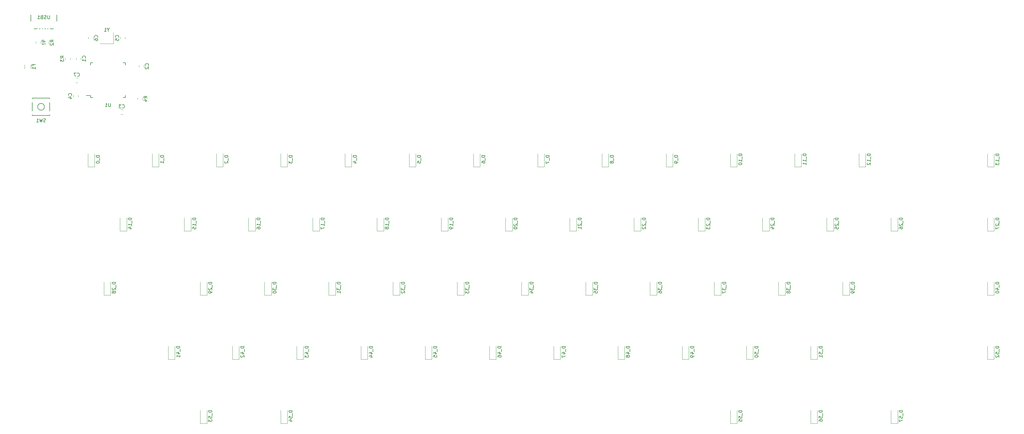
<source format=gbo>
G04 #@! TF.GenerationSoftware,KiCad,Pcbnew,(5.1.4)-1*
G04 #@! TF.CreationDate,2021-08-06T15:59:48-05:00*
G04 #@! TF.ProjectId,keyboard,6b657962-6f61-4726-942e-6b696361645f,rev?*
G04 #@! TF.SameCoordinates,Original*
G04 #@! TF.FileFunction,Legend,Bot*
G04 #@! TF.FilePolarity,Positive*
%FSLAX46Y46*%
G04 Gerber Fmt 4.6, Leading zero omitted, Abs format (unit mm)*
G04 Created by KiCad (PCBNEW (5.1.4)-1) date 2021-08-06 15:59:48*
%MOMM*%
%LPD*%
G04 APERTURE LIST*
%ADD10C,0.120000*%
%ADD11C,0.150000*%
%ADD12R,1.400000X1.200000*%
%ADD13O,1.700000X2.700000*%
%ADD14R,0.500000X2.250000*%
%ADD15R,0.550000X1.500000*%
%ADD16R,1.500000X0.550000*%
%ADD17R,1.800000X1.100000*%
%ADD18C,0.100000*%
%ADD19C,0.975000*%
%ADD20C,1.250000*%
%ADD21C,2.250000*%
%ADD22C,2.250000*%
%ADD23C,3.987800*%
%ADD24C,1.750000*%
%ADD25R,1.200000X0.900000*%
%ADD26C,3.048000*%
G04 APERTURE END LIST*
D10*
X107981500Y-90772250D02*
X103981500Y-90772250D01*
X107981500Y-87472250D02*
X107981500Y-90772250D01*
D11*
X83462500Y-80962500D02*
X83462500Y-86412500D01*
X91162500Y-80962500D02*
X91162500Y-86412500D01*
X83462500Y-86412500D02*
X91162500Y-86412500D01*
X101187500Y-106200000D02*
X99912500Y-106200000D01*
X111537500Y-106775000D02*
X110862500Y-106775000D01*
X111537500Y-96425000D02*
X110862500Y-96425000D01*
X101187500Y-96425000D02*
X101862500Y-96425000D01*
X101187500Y-106775000D02*
X101862500Y-106775000D01*
X101187500Y-96425000D02*
X101187500Y-97100000D01*
X111537500Y-96425000D02*
X111537500Y-97100000D01*
X111537500Y-106775000D02*
X111537500Y-106100000D01*
X101187500Y-106775000D02*
X101187500Y-106200000D01*
X89118750Y-106937500D02*
X83918750Y-106937500D01*
X83918750Y-106937500D02*
X83918750Y-112137500D01*
X83918750Y-112137500D02*
X89118750Y-112137500D01*
X89118750Y-112137500D02*
X89118750Y-106937500D01*
X87518750Y-109537500D02*
G75*
G03X87518750Y-109537500I-1000000J0D01*
G01*
D10*
X115177500Y-107414828D02*
X115177500Y-106897672D01*
X116597500Y-107414828D02*
X116597500Y-106897672D01*
X95166250Y-94991422D02*
X95166250Y-95508578D01*
X93746250Y-94991422D02*
X93746250Y-95508578D01*
X87396250Y-90746078D02*
X87396250Y-90228922D01*
X88816250Y-90746078D02*
X88816250Y-90228922D01*
X85015000Y-90746078D02*
X85015000Y-90228922D01*
X86435000Y-90746078D02*
X86435000Y-90228922D01*
X81640000Y-98233314D02*
X81640000Y-97029186D01*
X83460000Y-98233314D02*
X83460000Y-97029186D01*
X97381828Y-102405250D02*
X96864672Y-102405250D01*
X97381828Y-100985250D02*
X96864672Y-100985250D01*
X100509000Y-89380828D02*
X100509000Y-88863672D01*
X101929000Y-89380828D02*
X101929000Y-88863672D01*
X111454000Y-88863672D02*
X111454000Y-89380828D01*
X110034000Y-88863672D02*
X110034000Y-89380828D01*
X97547500Y-106103922D02*
X97547500Y-106621078D01*
X96127500Y-106103922D02*
X96127500Y-106621078D01*
X110716828Y-111803250D02*
X110199672Y-111803250D01*
X110716828Y-110383250D02*
X110199672Y-110383250D01*
X115590250Y-97762828D02*
X115590250Y-97245672D01*
X117010250Y-97762828D02*
X117010250Y-97245672D01*
X96921250Y-95508578D02*
X96921250Y-94991422D01*
X98341250Y-95508578D02*
X98341250Y-94991422D01*
X102393750Y-127368750D02*
X102393750Y-123468750D01*
X100393750Y-127368750D02*
X100393750Y-123468750D01*
X102393750Y-127368750D02*
X100393750Y-127368750D01*
X121443750Y-127368750D02*
X121443750Y-123468750D01*
X119443750Y-127368750D02*
X119443750Y-123468750D01*
X121443750Y-127368750D02*
X119443750Y-127368750D01*
X140493750Y-127368750D02*
X140493750Y-123468750D01*
X138493750Y-127368750D02*
X138493750Y-123468750D01*
X140493750Y-127368750D02*
X138493750Y-127368750D01*
X159543750Y-127368750D02*
X159543750Y-123468750D01*
X157543750Y-127368750D02*
X157543750Y-123468750D01*
X159543750Y-127368750D02*
X157543750Y-127368750D01*
X178593750Y-127368750D02*
X178593750Y-123468750D01*
X176593750Y-127368750D02*
X176593750Y-123468750D01*
X178593750Y-127368750D02*
X176593750Y-127368750D01*
X197643750Y-127368750D02*
X197643750Y-123468750D01*
X195643750Y-127368750D02*
X195643750Y-123468750D01*
X197643750Y-127368750D02*
X195643750Y-127368750D01*
X216693750Y-127368750D02*
X216693750Y-123468750D01*
X214693750Y-127368750D02*
X214693750Y-123468750D01*
X216693750Y-127368750D02*
X214693750Y-127368750D01*
X235743750Y-127368750D02*
X235743750Y-123468750D01*
X233743750Y-127368750D02*
X233743750Y-123468750D01*
X235743750Y-127368750D02*
X233743750Y-127368750D01*
X254793750Y-127368750D02*
X254793750Y-123468750D01*
X252793750Y-127368750D02*
X252793750Y-123468750D01*
X254793750Y-127368750D02*
X252793750Y-127368750D01*
X273843750Y-127368750D02*
X273843750Y-123468750D01*
X271843750Y-127368750D02*
X271843750Y-123468750D01*
X273843750Y-127368750D02*
X271843750Y-127368750D01*
X292893750Y-127368750D02*
X292893750Y-123468750D01*
X290893750Y-127368750D02*
X290893750Y-123468750D01*
X292893750Y-127368750D02*
X290893750Y-127368750D01*
X311943750Y-127368750D02*
X311943750Y-123468750D01*
X309943750Y-127368750D02*
X309943750Y-123468750D01*
X311943750Y-127368750D02*
X309943750Y-127368750D01*
X330993750Y-127368750D02*
X330993750Y-123468750D01*
X328993750Y-127368750D02*
X328993750Y-123468750D01*
X330993750Y-127368750D02*
X328993750Y-127368750D01*
X369093750Y-127368750D02*
X369093750Y-123468750D01*
X367093750Y-127368750D02*
X367093750Y-123468750D01*
X369093750Y-127368750D02*
X367093750Y-127368750D01*
X111918750Y-146418750D02*
X111918750Y-142518750D01*
X109918750Y-146418750D02*
X109918750Y-142518750D01*
X111918750Y-146418750D02*
X109918750Y-146418750D01*
X130968750Y-146418750D02*
X130968750Y-142518750D01*
X128968750Y-146418750D02*
X128968750Y-142518750D01*
X130968750Y-146418750D02*
X128968750Y-146418750D01*
X150018750Y-146418750D02*
X150018750Y-142518750D01*
X148018750Y-146418750D02*
X148018750Y-142518750D01*
X150018750Y-146418750D02*
X148018750Y-146418750D01*
X169068750Y-146418750D02*
X169068750Y-142518750D01*
X167068750Y-146418750D02*
X167068750Y-142518750D01*
X169068750Y-146418750D02*
X167068750Y-146418750D01*
X188118750Y-146418750D02*
X188118750Y-142518750D01*
X186118750Y-146418750D02*
X186118750Y-142518750D01*
X188118750Y-146418750D02*
X186118750Y-146418750D01*
X207168750Y-146418750D02*
X207168750Y-142518750D01*
X205168750Y-146418750D02*
X205168750Y-142518750D01*
X207168750Y-146418750D02*
X205168750Y-146418750D01*
X226218750Y-146418750D02*
X226218750Y-142518750D01*
X224218750Y-146418750D02*
X224218750Y-142518750D01*
X226218750Y-146418750D02*
X224218750Y-146418750D01*
X245268750Y-146418750D02*
X245268750Y-142518750D01*
X243268750Y-146418750D02*
X243268750Y-142518750D01*
X245268750Y-146418750D02*
X243268750Y-146418750D01*
X264318750Y-146418750D02*
X264318750Y-142518750D01*
X262318750Y-146418750D02*
X262318750Y-142518750D01*
X264318750Y-146418750D02*
X262318750Y-146418750D01*
X283368750Y-146418750D02*
X283368750Y-142518750D01*
X281368750Y-146418750D02*
X281368750Y-142518750D01*
X283368750Y-146418750D02*
X281368750Y-146418750D01*
X302418750Y-146418750D02*
X302418750Y-142518750D01*
X300418750Y-146418750D02*
X300418750Y-142518750D01*
X302418750Y-146418750D02*
X300418750Y-146418750D01*
X321468750Y-146418750D02*
X321468750Y-142518750D01*
X319468750Y-146418750D02*
X319468750Y-142518750D01*
X321468750Y-146418750D02*
X319468750Y-146418750D01*
X340518750Y-146418750D02*
X340518750Y-142518750D01*
X338518750Y-146418750D02*
X338518750Y-142518750D01*
X340518750Y-146418750D02*
X338518750Y-146418750D01*
X369093750Y-146418750D02*
X369093750Y-142518750D01*
X367093750Y-146418750D02*
X367093750Y-142518750D01*
X369093750Y-146418750D02*
X367093750Y-146418750D01*
X107156250Y-165468750D02*
X107156250Y-161568750D01*
X105156250Y-165468750D02*
X105156250Y-161568750D01*
X107156250Y-165468750D02*
X105156250Y-165468750D01*
X135731250Y-165468750D02*
X135731250Y-161568750D01*
X133731250Y-165468750D02*
X133731250Y-161568750D01*
X135731250Y-165468750D02*
X133731250Y-165468750D01*
X154781250Y-165468750D02*
X154781250Y-161568750D01*
X152781250Y-165468750D02*
X152781250Y-161568750D01*
X154781250Y-165468750D02*
X152781250Y-165468750D01*
X173831250Y-165468750D02*
X173831250Y-161568750D01*
X171831250Y-165468750D02*
X171831250Y-161568750D01*
X173831250Y-165468750D02*
X171831250Y-165468750D01*
X192881250Y-165468750D02*
X192881250Y-161568750D01*
X190881250Y-165468750D02*
X190881250Y-161568750D01*
X192881250Y-165468750D02*
X190881250Y-165468750D01*
X211931250Y-165468750D02*
X211931250Y-161568750D01*
X209931250Y-165468750D02*
X209931250Y-161568750D01*
X211931250Y-165468750D02*
X209931250Y-165468750D01*
X230981250Y-165468750D02*
X230981250Y-161568750D01*
X228981250Y-165468750D02*
X228981250Y-161568750D01*
X230981250Y-165468750D02*
X228981250Y-165468750D01*
X250031250Y-165468750D02*
X250031250Y-161568750D01*
X248031250Y-165468750D02*
X248031250Y-161568750D01*
X250031250Y-165468750D02*
X248031250Y-165468750D01*
X269081250Y-165468750D02*
X269081250Y-161568750D01*
X267081250Y-165468750D02*
X267081250Y-161568750D01*
X269081250Y-165468750D02*
X267081250Y-165468750D01*
X288131250Y-165468750D02*
X288131250Y-161568750D01*
X286131250Y-165468750D02*
X286131250Y-161568750D01*
X288131250Y-165468750D02*
X286131250Y-165468750D01*
X307181250Y-165468750D02*
X307181250Y-161568750D01*
X305181250Y-165468750D02*
X305181250Y-161568750D01*
X307181250Y-165468750D02*
X305181250Y-165468750D01*
X326231250Y-165468750D02*
X326231250Y-161568750D01*
X324231250Y-165468750D02*
X324231250Y-161568750D01*
X326231250Y-165468750D02*
X324231250Y-165468750D01*
X369093750Y-165468750D02*
X369093750Y-161568750D01*
X367093750Y-165468750D02*
X367093750Y-161568750D01*
X369093750Y-165468750D02*
X367093750Y-165468750D01*
X126206250Y-184518750D02*
X126206250Y-180618750D01*
X124206250Y-184518750D02*
X124206250Y-180618750D01*
X126206250Y-184518750D02*
X124206250Y-184518750D01*
X145256250Y-184518750D02*
X145256250Y-180618750D01*
X143256250Y-184518750D02*
X143256250Y-180618750D01*
X145256250Y-184518750D02*
X143256250Y-184518750D01*
X164306250Y-184518750D02*
X164306250Y-180618750D01*
X162306250Y-184518750D02*
X162306250Y-180618750D01*
X164306250Y-184518750D02*
X162306250Y-184518750D01*
X183356250Y-184518750D02*
X183356250Y-180618750D01*
X181356250Y-184518750D02*
X181356250Y-180618750D01*
X183356250Y-184518750D02*
X181356250Y-184518750D01*
X202406250Y-184518750D02*
X202406250Y-180618750D01*
X200406250Y-184518750D02*
X200406250Y-180618750D01*
X202406250Y-184518750D02*
X200406250Y-184518750D01*
X221456250Y-184518750D02*
X221456250Y-180618750D01*
X219456250Y-184518750D02*
X219456250Y-180618750D01*
X221456250Y-184518750D02*
X219456250Y-184518750D01*
X240506250Y-184518750D02*
X240506250Y-180618750D01*
X238506250Y-184518750D02*
X238506250Y-180618750D01*
X240506250Y-184518750D02*
X238506250Y-184518750D01*
X259556250Y-184518750D02*
X259556250Y-180618750D01*
X257556250Y-184518750D02*
X257556250Y-180618750D01*
X259556250Y-184518750D02*
X257556250Y-184518750D01*
X278606250Y-184518750D02*
X278606250Y-180618750D01*
X276606250Y-184518750D02*
X276606250Y-180618750D01*
X278606250Y-184518750D02*
X276606250Y-184518750D01*
X297656250Y-184518750D02*
X297656250Y-180618750D01*
X295656250Y-184518750D02*
X295656250Y-180618750D01*
X297656250Y-184518750D02*
X295656250Y-184518750D01*
X316706250Y-184518750D02*
X316706250Y-180618750D01*
X314706250Y-184518750D02*
X314706250Y-180618750D01*
X316706250Y-184518750D02*
X314706250Y-184518750D01*
X369093750Y-184518750D02*
X369093750Y-180618750D01*
X367093750Y-184518750D02*
X367093750Y-180618750D01*
X369093750Y-184518750D02*
X367093750Y-184518750D01*
X135731250Y-203568750D02*
X135731250Y-199668750D01*
X133731250Y-203568750D02*
X133731250Y-199668750D01*
X135731250Y-203568750D02*
X133731250Y-203568750D01*
X159543750Y-203568750D02*
X159543750Y-199668750D01*
X157543750Y-203568750D02*
X157543750Y-199668750D01*
X159543750Y-203568750D02*
X157543750Y-203568750D01*
X292893750Y-203568750D02*
X292893750Y-199668750D01*
X290893750Y-203568750D02*
X290893750Y-199668750D01*
X292893750Y-203568750D02*
X290893750Y-203568750D01*
X316706250Y-203568750D02*
X316706250Y-199668750D01*
X314706250Y-203568750D02*
X314706250Y-199668750D01*
X316706250Y-203568750D02*
X314706250Y-203568750D01*
X340518750Y-203568750D02*
X340518750Y-199668750D01*
X338518750Y-203568750D02*
X338518750Y-199668750D01*
X340518750Y-203568750D02*
X338518750Y-203568750D01*
D11*
X106457690Y-86648440D02*
X106457690Y-87124630D01*
X106791023Y-86124630D02*
X106457690Y-86648440D01*
X106124357Y-86124630D01*
X105267214Y-87124630D02*
X105838642Y-87124630D01*
X105552928Y-87124630D02*
X105552928Y-86124630D01*
X105648166Y-86267488D01*
X105743404Y-86362726D01*
X105838642Y-86410345D01*
X89050595Y-82446880D02*
X89050595Y-83256404D01*
X89002976Y-83351642D01*
X88955357Y-83399261D01*
X88860119Y-83446880D01*
X88669642Y-83446880D01*
X88574404Y-83399261D01*
X88526785Y-83351642D01*
X88479166Y-83256404D01*
X88479166Y-82446880D01*
X88050595Y-83399261D02*
X87907738Y-83446880D01*
X87669642Y-83446880D01*
X87574404Y-83399261D01*
X87526785Y-83351642D01*
X87479166Y-83256404D01*
X87479166Y-83161166D01*
X87526785Y-83065928D01*
X87574404Y-83018309D01*
X87669642Y-82970690D01*
X87860119Y-82923071D01*
X87955357Y-82875452D01*
X88002976Y-82827833D01*
X88050595Y-82732595D01*
X88050595Y-82637357D01*
X88002976Y-82542119D01*
X87955357Y-82494500D01*
X87860119Y-82446880D01*
X87622023Y-82446880D01*
X87479166Y-82494500D01*
X86717261Y-82923071D02*
X86574404Y-82970690D01*
X86526785Y-83018309D01*
X86479166Y-83113547D01*
X86479166Y-83256404D01*
X86526785Y-83351642D01*
X86574404Y-83399261D01*
X86669642Y-83446880D01*
X87050595Y-83446880D01*
X87050595Y-82446880D01*
X86717261Y-82446880D01*
X86622023Y-82494500D01*
X86574404Y-82542119D01*
X86526785Y-82637357D01*
X86526785Y-82732595D01*
X86574404Y-82827833D01*
X86622023Y-82875452D01*
X86717261Y-82923071D01*
X87050595Y-82923071D01*
X85526785Y-83446880D02*
X86098214Y-83446880D01*
X85812500Y-83446880D02*
X85812500Y-82446880D01*
X85907738Y-82589738D01*
X86002976Y-82684976D01*
X86098214Y-82732595D01*
X107124404Y-108502380D02*
X107124404Y-109311904D01*
X107076785Y-109407142D01*
X107029166Y-109454761D01*
X106933928Y-109502380D01*
X106743452Y-109502380D01*
X106648214Y-109454761D01*
X106600595Y-109407142D01*
X106552976Y-109311904D01*
X106552976Y-108502380D01*
X105552976Y-109502380D02*
X106124404Y-109502380D01*
X105838690Y-109502380D02*
X105838690Y-108502380D01*
X105933928Y-108645238D01*
X106029166Y-108740476D01*
X106124404Y-108788095D01*
X87852083Y-114006261D02*
X87709226Y-114053880D01*
X87471130Y-114053880D01*
X87375892Y-114006261D01*
X87328273Y-113958642D01*
X87280654Y-113863404D01*
X87280654Y-113768166D01*
X87328273Y-113672928D01*
X87375892Y-113625309D01*
X87471130Y-113577690D01*
X87661607Y-113530071D01*
X87756845Y-113482452D01*
X87804464Y-113434833D01*
X87852083Y-113339595D01*
X87852083Y-113244357D01*
X87804464Y-113149119D01*
X87756845Y-113101500D01*
X87661607Y-113053880D01*
X87423511Y-113053880D01*
X87280654Y-113101500D01*
X86947321Y-113053880D02*
X86709226Y-114053880D01*
X86518750Y-113339595D01*
X86328273Y-114053880D01*
X86090178Y-113053880D01*
X85185416Y-114053880D02*
X85756845Y-114053880D01*
X85471130Y-114053880D02*
X85471130Y-113053880D01*
X85566369Y-113196738D01*
X85661607Y-113291976D01*
X85756845Y-113339595D01*
X117989880Y-106989583D02*
X117513690Y-106656250D01*
X117989880Y-106418154D02*
X116989880Y-106418154D01*
X116989880Y-106799107D01*
X117037500Y-106894345D01*
X117085119Y-106941964D01*
X117180357Y-106989583D01*
X117323214Y-106989583D01*
X117418452Y-106941964D01*
X117466071Y-106894345D01*
X117513690Y-106799107D01*
X117513690Y-106418154D01*
X117323214Y-107846726D02*
X117989880Y-107846726D01*
X116942261Y-107608630D02*
X117656547Y-107370535D01*
X117656547Y-107989583D01*
X93258630Y-95083333D02*
X92782440Y-94750000D01*
X93258630Y-94511904D02*
X92258630Y-94511904D01*
X92258630Y-94892857D01*
X92306250Y-94988095D01*
X92353869Y-95035714D01*
X92449107Y-95083333D01*
X92591964Y-95083333D01*
X92687202Y-95035714D01*
X92734821Y-94988095D01*
X92782440Y-94892857D01*
X92782440Y-94511904D01*
X92258630Y-95416666D02*
X92258630Y-96035714D01*
X92639583Y-95702380D01*
X92639583Y-95845238D01*
X92687202Y-95940476D01*
X92734821Y-95988095D01*
X92830059Y-96035714D01*
X93068154Y-96035714D01*
X93163392Y-95988095D01*
X93211011Y-95940476D01*
X93258630Y-95845238D01*
X93258630Y-95559523D01*
X93211011Y-95464285D01*
X93163392Y-95416666D01*
X90208630Y-90320833D02*
X89732440Y-89987500D01*
X90208630Y-89749404D02*
X89208630Y-89749404D01*
X89208630Y-90130357D01*
X89256250Y-90225595D01*
X89303869Y-90273214D01*
X89399107Y-90320833D01*
X89541964Y-90320833D01*
X89637202Y-90273214D01*
X89684821Y-90225595D01*
X89732440Y-90130357D01*
X89732440Y-89749404D01*
X89303869Y-90701785D02*
X89256250Y-90749404D01*
X89208630Y-90844642D01*
X89208630Y-91082738D01*
X89256250Y-91177976D01*
X89303869Y-91225595D01*
X89399107Y-91273214D01*
X89494345Y-91273214D01*
X89637202Y-91225595D01*
X90208630Y-90654166D01*
X90208630Y-91273214D01*
X87827380Y-90320833D02*
X87351190Y-89987500D01*
X87827380Y-89749404D02*
X86827380Y-89749404D01*
X86827380Y-90130357D01*
X86875000Y-90225595D01*
X86922619Y-90273214D01*
X87017857Y-90320833D01*
X87160714Y-90320833D01*
X87255952Y-90273214D01*
X87303571Y-90225595D01*
X87351190Y-90130357D01*
X87351190Y-89749404D01*
X87827380Y-91273214D02*
X87827380Y-90701785D01*
X87827380Y-90987500D02*
X86827380Y-90987500D01*
X86970238Y-90892261D01*
X87065476Y-90797023D01*
X87113095Y-90701785D01*
X84298571Y-97297916D02*
X84298571Y-96964583D01*
X84822380Y-96964583D02*
X83822380Y-96964583D01*
X83822380Y-97440773D01*
X84822380Y-98345535D02*
X84822380Y-97774107D01*
X84822380Y-98059821D02*
X83822380Y-98059821D01*
X83965238Y-97964583D01*
X84060476Y-97869345D01*
X84108095Y-97774107D01*
X97289916Y-100402392D02*
X97337535Y-100450011D01*
X97480392Y-100497630D01*
X97575630Y-100497630D01*
X97718488Y-100450011D01*
X97813726Y-100354773D01*
X97861345Y-100259535D01*
X97908964Y-100069059D01*
X97908964Y-99926202D01*
X97861345Y-99735726D01*
X97813726Y-99640488D01*
X97718488Y-99545250D01*
X97575630Y-99497630D01*
X97480392Y-99497630D01*
X97337535Y-99545250D01*
X97289916Y-99592869D01*
X96956583Y-99497630D02*
X96289916Y-99497630D01*
X96718488Y-100497630D01*
X103226142Y-88955583D02*
X103273761Y-88907964D01*
X103321380Y-88765107D01*
X103321380Y-88669869D01*
X103273761Y-88527011D01*
X103178523Y-88431773D01*
X103083285Y-88384154D01*
X102892809Y-88336535D01*
X102749952Y-88336535D01*
X102559476Y-88384154D01*
X102464238Y-88431773D01*
X102369000Y-88527011D01*
X102321380Y-88669869D01*
X102321380Y-88765107D01*
X102369000Y-88907964D01*
X102416619Y-88955583D01*
X102321380Y-89812726D02*
X102321380Y-89622250D01*
X102369000Y-89527011D01*
X102416619Y-89479392D01*
X102559476Y-89384154D01*
X102749952Y-89336535D01*
X103130904Y-89336535D01*
X103226142Y-89384154D01*
X103273761Y-89431773D01*
X103321380Y-89527011D01*
X103321380Y-89717488D01*
X103273761Y-89812726D01*
X103226142Y-89860345D01*
X103130904Y-89907964D01*
X102892809Y-89907964D01*
X102797571Y-89860345D01*
X102749952Y-89812726D01*
X102702333Y-89717488D01*
X102702333Y-89527011D01*
X102749952Y-89431773D01*
X102797571Y-89384154D01*
X102892809Y-89336535D01*
X109451142Y-88955583D02*
X109498761Y-88907964D01*
X109546380Y-88765107D01*
X109546380Y-88669869D01*
X109498761Y-88527011D01*
X109403523Y-88431773D01*
X109308285Y-88384154D01*
X109117809Y-88336535D01*
X108974952Y-88336535D01*
X108784476Y-88384154D01*
X108689238Y-88431773D01*
X108594000Y-88527011D01*
X108546380Y-88669869D01*
X108546380Y-88765107D01*
X108594000Y-88907964D01*
X108641619Y-88955583D01*
X108546380Y-89860345D02*
X108546380Y-89384154D01*
X109022571Y-89336535D01*
X108974952Y-89384154D01*
X108927333Y-89479392D01*
X108927333Y-89717488D01*
X108974952Y-89812726D01*
X109022571Y-89860345D01*
X109117809Y-89907964D01*
X109355904Y-89907964D01*
X109451142Y-89860345D01*
X109498761Y-89812726D01*
X109546380Y-89717488D01*
X109546380Y-89479392D01*
X109498761Y-89384154D01*
X109451142Y-89336535D01*
X95544642Y-106195833D02*
X95592261Y-106148214D01*
X95639880Y-106005357D01*
X95639880Y-105910119D01*
X95592261Y-105767261D01*
X95497023Y-105672023D01*
X95401785Y-105624404D01*
X95211309Y-105576785D01*
X95068452Y-105576785D01*
X94877976Y-105624404D01*
X94782738Y-105672023D01*
X94687500Y-105767261D01*
X94639880Y-105910119D01*
X94639880Y-106005357D01*
X94687500Y-106148214D01*
X94735119Y-106195833D01*
X94973214Y-107052976D02*
X95639880Y-107052976D01*
X94592261Y-106814880D02*
X95306547Y-106576785D01*
X95306547Y-107195833D01*
X110624916Y-109800392D02*
X110672535Y-109848011D01*
X110815392Y-109895630D01*
X110910630Y-109895630D01*
X111053488Y-109848011D01*
X111148726Y-109752773D01*
X111196345Y-109657535D01*
X111243964Y-109467059D01*
X111243964Y-109324202D01*
X111196345Y-109133726D01*
X111148726Y-109038488D01*
X111053488Y-108943250D01*
X110910630Y-108895630D01*
X110815392Y-108895630D01*
X110672535Y-108943250D01*
X110624916Y-108990869D01*
X110291583Y-108895630D02*
X109672535Y-108895630D01*
X110005869Y-109276583D01*
X109863011Y-109276583D01*
X109767773Y-109324202D01*
X109720154Y-109371821D01*
X109672535Y-109467059D01*
X109672535Y-109705154D01*
X109720154Y-109800392D01*
X109767773Y-109848011D01*
X109863011Y-109895630D01*
X110148726Y-109895630D01*
X110243964Y-109848011D01*
X110291583Y-109800392D01*
X118307392Y-97337583D02*
X118355011Y-97289964D01*
X118402630Y-97147107D01*
X118402630Y-97051869D01*
X118355011Y-96909011D01*
X118259773Y-96813773D01*
X118164535Y-96766154D01*
X117974059Y-96718535D01*
X117831202Y-96718535D01*
X117640726Y-96766154D01*
X117545488Y-96813773D01*
X117450250Y-96909011D01*
X117402630Y-97051869D01*
X117402630Y-97147107D01*
X117450250Y-97289964D01*
X117497869Y-97337583D01*
X117497869Y-97718535D02*
X117450250Y-97766154D01*
X117402630Y-97861392D01*
X117402630Y-98099488D01*
X117450250Y-98194726D01*
X117497869Y-98242345D01*
X117593107Y-98289964D01*
X117688345Y-98289964D01*
X117831202Y-98242345D01*
X118402630Y-97670916D01*
X118402630Y-98289964D01*
X99638392Y-95083333D02*
X99686011Y-95035714D01*
X99733630Y-94892857D01*
X99733630Y-94797619D01*
X99686011Y-94654761D01*
X99590773Y-94559523D01*
X99495535Y-94511904D01*
X99305059Y-94464285D01*
X99162202Y-94464285D01*
X98971726Y-94511904D01*
X98876488Y-94559523D01*
X98781250Y-94654761D01*
X98733630Y-94797619D01*
X98733630Y-94892857D01*
X98781250Y-95035714D01*
X98828869Y-95083333D01*
X99733630Y-96035714D02*
X99733630Y-95464285D01*
X99733630Y-95750000D02*
X98733630Y-95750000D01*
X98876488Y-95654761D01*
X98971726Y-95559523D01*
X99019345Y-95464285D01*
X103846130Y-123999702D02*
X102846130Y-123999702D01*
X102846130Y-124237797D01*
X102893750Y-124380654D01*
X102988988Y-124475892D01*
X103084226Y-124523511D01*
X103274702Y-124571130D01*
X103417559Y-124571130D01*
X103608035Y-124523511D01*
X103703273Y-124475892D01*
X103798511Y-124380654D01*
X103846130Y-124237797D01*
X103846130Y-123999702D01*
X103941369Y-124761607D02*
X103941369Y-125523511D01*
X102846130Y-125952083D02*
X102846130Y-126047321D01*
X102893750Y-126142559D01*
X102941369Y-126190178D01*
X103036607Y-126237797D01*
X103227083Y-126285416D01*
X103465178Y-126285416D01*
X103655654Y-126237797D01*
X103750892Y-126190178D01*
X103798511Y-126142559D01*
X103846130Y-126047321D01*
X103846130Y-125952083D01*
X103798511Y-125856845D01*
X103750892Y-125809226D01*
X103655654Y-125761607D01*
X103465178Y-125713988D01*
X103227083Y-125713988D01*
X103036607Y-125761607D01*
X102941369Y-125809226D01*
X102893750Y-125856845D01*
X102846130Y-125952083D01*
X122896130Y-123999702D02*
X121896130Y-123999702D01*
X121896130Y-124237797D01*
X121943750Y-124380654D01*
X122038988Y-124475892D01*
X122134226Y-124523511D01*
X122324702Y-124571130D01*
X122467559Y-124571130D01*
X122658035Y-124523511D01*
X122753273Y-124475892D01*
X122848511Y-124380654D01*
X122896130Y-124237797D01*
X122896130Y-123999702D01*
X122991369Y-124761607D02*
X122991369Y-125523511D01*
X122896130Y-126285416D02*
X122896130Y-125713988D01*
X122896130Y-125999702D02*
X121896130Y-125999702D01*
X122038988Y-125904464D01*
X122134226Y-125809226D01*
X122181845Y-125713988D01*
X141946130Y-123999702D02*
X140946130Y-123999702D01*
X140946130Y-124237797D01*
X140993750Y-124380654D01*
X141088988Y-124475892D01*
X141184226Y-124523511D01*
X141374702Y-124571130D01*
X141517559Y-124571130D01*
X141708035Y-124523511D01*
X141803273Y-124475892D01*
X141898511Y-124380654D01*
X141946130Y-124237797D01*
X141946130Y-123999702D01*
X142041369Y-124761607D02*
X142041369Y-125523511D01*
X141041369Y-125713988D02*
X140993750Y-125761607D01*
X140946130Y-125856845D01*
X140946130Y-126094940D01*
X140993750Y-126190178D01*
X141041369Y-126237797D01*
X141136607Y-126285416D01*
X141231845Y-126285416D01*
X141374702Y-126237797D01*
X141946130Y-125666369D01*
X141946130Y-126285416D01*
X160996130Y-123999702D02*
X159996130Y-123999702D01*
X159996130Y-124237797D01*
X160043750Y-124380654D01*
X160138988Y-124475892D01*
X160234226Y-124523511D01*
X160424702Y-124571130D01*
X160567559Y-124571130D01*
X160758035Y-124523511D01*
X160853273Y-124475892D01*
X160948511Y-124380654D01*
X160996130Y-124237797D01*
X160996130Y-123999702D01*
X161091369Y-124761607D02*
X161091369Y-125523511D01*
X159996130Y-125666369D02*
X159996130Y-126285416D01*
X160377083Y-125952083D01*
X160377083Y-126094940D01*
X160424702Y-126190178D01*
X160472321Y-126237797D01*
X160567559Y-126285416D01*
X160805654Y-126285416D01*
X160900892Y-126237797D01*
X160948511Y-126190178D01*
X160996130Y-126094940D01*
X160996130Y-125809226D01*
X160948511Y-125713988D01*
X160900892Y-125666369D01*
X180046130Y-123999702D02*
X179046130Y-123999702D01*
X179046130Y-124237797D01*
X179093750Y-124380654D01*
X179188988Y-124475892D01*
X179284226Y-124523511D01*
X179474702Y-124571130D01*
X179617559Y-124571130D01*
X179808035Y-124523511D01*
X179903273Y-124475892D01*
X179998511Y-124380654D01*
X180046130Y-124237797D01*
X180046130Y-123999702D01*
X180141369Y-124761607D02*
X180141369Y-125523511D01*
X179379464Y-126190178D02*
X180046130Y-126190178D01*
X178998511Y-125952083D02*
X179712797Y-125713988D01*
X179712797Y-126333035D01*
X199096130Y-123999702D02*
X198096130Y-123999702D01*
X198096130Y-124237797D01*
X198143750Y-124380654D01*
X198238988Y-124475892D01*
X198334226Y-124523511D01*
X198524702Y-124571130D01*
X198667559Y-124571130D01*
X198858035Y-124523511D01*
X198953273Y-124475892D01*
X199048511Y-124380654D01*
X199096130Y-124237797D01*
X199096130Y-123999702D01*
X199191369Y-124761607D02*
X199191369Y-125523511D01*
X198096130Y-126237797D02*
X198096130Y-125761607D01*
X198572321Y-125713988D01*
X198524702Y-125761607D01*
X198477083Y-125856845D01*
X198477083Y-126094940D01*
X198524702Y-126190178D01*
X198572321Y-126237797D01*
X198667559Y-126285416D01*
X198905654Y-126285416D01*
X199000892Y-126237797D01*
X199048511Y-126190178D01*
X199096130Y-126094940D01*
X199096130Y-125856845D01*
X199048511Y-125761607D01*
X199000892Y-125713988D01*
X218146130Y-123999702D02*
X217146130Y-123999702D01*
X217146130Y-124237797D01*
X217193750Y-124380654D01*
X217288988Y-124475892D01*
X217384226Y-124523511D01*
X217574702Y-124571130D01*
X217717559Y-124571130D01*
X217908035Y-124523511D01*
X218003273Y-124475892D01*
X218098511Y-124380654D01*
X218146130Y-124237797D01*
X218146130Y-123999702D01*
X218241369Y-124761607D02*
X218241369Y-125523511D01*
X217146130Y-126190178D02*
X217146130Y-125999702D01*
X217193750Y-125904464D01*
X217241369Y-125856845D01*
X217384226Y-125761607D01*
X217574702Y-125713988D01*
X217955654Y-125713988D01*
X218050892Y-125761607D01*
X218098511Y-125809226D01*
X218146130Y-125904464D01*
X218146130Y-126094940D01*
X218098511Y-126190178D01*
X218050892Y-126237797D01*
X217955654Y-126285416D01*
X217717559Y-126285416D01*
X217622321Y-126237797D01*
X217574702Y-126190178D01*
X217527083Y-126094940D01*
X217527083Y-125904464D01*
X217574702Y-125809226D01*
X217622321Y-125761607D01*
X217717559Y-125713988D01*
X237196130Y-123999702D02*
X236196130Y-123999702D01*
X236196130Y-124237797D01*
X236243750Y-124380654D01*
X236338988Y-124475892D01*
X236434226Y-124523511D01*
X236624702Y-124571130D01*
X236767559Y-124571130D01*
X236958035Y-124523511D01*
X237053273Y-124475892D01*
X237148511Y-124380654D01*
X237196130Y-124237797D01*
X237196130Y-123999702D01*
X237291369Y-124761607D02*
X237291369Y-125523511D01*
X236196130Y-125666369D02*
X236196130Y-126333035D01*
X237196130Y-125904464D01*
X256246130Y-123999702D02*
X255246130Y-123999702D01*
X255246130Y-124237797D01*
X255293750Y-124380654D01*
X255388988Y-124475892D01*
X255484226Y-124523511D01*
X255674702Y-124571130D01*
X255817559Y-124571130D01*
X256008035Y-124523511D01*
X256103273Y-124475892D01*
X256198511Y-124380654D01*
X256246130Y-124237797D01*
X256246130Y-123999702D01*
X256341369Y-124761607D02*
X256341369Y-125523511D01*
X255674702Y-125904464D02*
X255627083Y-125809226D01*
X255579464Y-125761607D01*
X255484226Y-125713988D01*
X255436607Y-125713988D01*
X255341369Y-125761607D01*
X255293750Y-125809226D01*
X255246130Y-125904464D01*
X255246130Y-126094940D01*
X255293750Y-126190178D01*
X255341369Y-126237797D01*
X255436607Y-126285416D01*
X255484226Y-126285416D01*
X255579464Y-126237797D01*
X255627083Y-126190178D01*
X255674702Y-126094940D01*
X255674702Y-125904464D01*
X255722321Y-125809226D01*
X255769940Y-125761607D01*
X255865178Y-125713988D01*
X256055654Y-125713988D01*
X256150892Y-125761607D01*
X256198511Y-125809226D01*
X256246130Y-125904464D01*
X256246130Y-126094940D01*
X256198511Y-126190178D01*
X256150892Y-126237797D01*
X256055654Y-126285416D01*
X255865178Y-126285416D01*
X255769940Y-126237797D01*
X255722321Y-126190178D01*
X255674702Y-126094940D01*
X275296130Y-123999702D02*
X274296130Y-123999702D01*
X274296130Y-124237797D01*
X274343750Y-124380654D01*
X274438988Y-124475892D01*
X274534226Y-124523511D01*
X274724702Y-124571130D01*
X274867559Y-124571130D01*
X275058035Y-124523511D01*
X275153273Y-124475892D01*
X275248511Y-124380654D01*
X275296130Y-124237797D01*
X275296130Y-123999702D01*
X275391369Y-124761607D02*
X275391369Y-125523511D01*
X275296130Y-125809226D02*
X275296130Y-125999702D01*
X275248511Y-126094940D01*
X275200892Y-126142559D01*
X275058035Y-126237797D01*
X274867559Y-126285416D01*
X274486607Y-126285416D01*
X274391369Y-126237797D01*
X274343750Y-126190178D01*
X274296130Y-126094940D01*
X274296130Y-125904464D01*
X274343750Y-125809226D01*
X274391369Y-125761607D01*
X274486607Y-125713988D01*
X274724702Y-125713988D01*
X274819940Y-125761607D01*
X274867559Y-125809226D01*
X274915178Y-125904464D01*
X274915178Y-126094940D01*
X274867559Y-126190178D01*
X274819940Y-126237797D01*
X274724702Y-126285416D01*
X294346130Y-123523511D02*
X293346130Y-123523511D01*
X293346130Y-123761607D01*
X293393750Y-123904464D01*
X293488988Y-123999702D01*
X293584226Y-124047321D01*
X293774702Y-124094940D01*
X293917559Y-124094940D01*
X294108035Y-124047321D01*
X294203273Y-123999702D01*
X294298511Y-123904464D01*
X294346130Y-123761607D01*
X294346130Y-123523511D01*
X294441369Y-124285416D02*
X294441369Y-125047321D01*
X294346130Y-125809226D02*
X294346130Y-125237797D01*
X294346130Y-125523511D02*
X293346130Y-125523511D01*
X293488988Y-125428273D01*
X293584226Y-125333035D01*
X293631845Y-125237797D01*
X293346130Y-126428273D02*
X293346130Y-126523511D01*
X293393750Y-126618750D01*
X293441369Y-126666369D01*
X293536607Y-126713988D01*
X293727083Y-126761607D01*
X293965178Y-126761607D01*
X294155654Y-126713988D01*
X294250892Y-126666369D01*
X294298511Y-126618750D01*
X294346130Y-126523511D01*
X294346130Y-126428273D01*
X294298511Y-126333035D01*
X294250892Y-126285416D01*
X294155654Y-126237797D01*
X293965178Y-126190178D01*
X293727083Y-126190178D01*
X293536607Y-126237797D01*
X293441369Y-126285416D01*
X293393750Y-126333035D01*
X293346130Y-126428273D01*
X313396130Y-123523511D02*
X312396130Y-123523511D01*
X312396130Y-123761607D01*
X312443750Y-123904464D01*
X312538988Y-123999702D01*
X312634226Y-124047321D01*
X312824702Y-124094940D01*
X312967559Y-124094940D01*
X313158035Y-124047321D01*
X313253273Y-123999702D01*
X313348511Y-123904464D01*
X313396130Y-123761607D01*
X313396130Y-123523511D01*
X313491369Y-124285416D02*
X313491369Y-125047321D01*
X313396130Y-125809226D02*
X313396130Y-125237797D01*
X313396130Y-125523511D02*
X312396130Y-125523511D01*
X312538988Y-125428273D01*
X312634226Y-125333035D01*
X312681845Y-125237797D01*
X313396130Y-126761607D02*
X313396130Y-126190178D01*
X313396130Y-126475892D02*
X312396130Y-126475892D01*
X312538988Y-126380654D01*
X312634226Y-126285416D01*
X312681845Y-126190178D01*
X332446130Y-123523511D02*
X331446130Y-123523511D01*
X331446130Y-123761607D01*
X331493750Y-123904464D01*
X331588988Y-123999702D01*
X331684226Y-124047321D01*
X331874702Y-124094940D01*
X332017559Y-124094940D01*
X332208035Y-124047321D01*
X332303273Y-123999702D01*
X332398511Y-123904464D01*
X332446130Y-123761607D01*
X332446130Y-123523511D01*
X332541369Y-124285416D02*
X332541369Y-125047321D01*
X332446130Y-125809226D02*
X332446130Y-125237797D01*
X332446130Y-125523511D02*
X331446130Y-125523511D01*
X331588988Y-125428273D01*
X331684226Y-125333035D01*
X331731845Y-125237797D01*
X331541369Y-126190178D02*
X331493750Y-126237797D01*
X331446130Y-126333035D01*
X331446130Y-126571130D01*
X331493750Y-126666369D01*
X331541369Y-126713988D01*
X331636607Y-126761607D01*
X331731845Y-126761607D01*
X331874702Y-126713988D01*
X332446130Y-126142559D01*
X332446130Y-126761607D01*
X370546130Y-123523511D02*
X369546130Y-123523511D01*
X369546130Y-123761607D01*
X369593750Y-123904464D01*
X369688988Y-123999702D01*
X369784226Y-124047321D01*
X369974702Y-124094940D01*
X370117559Y-124094940D01*
X370308035Y-124047321D01*
X370403273Y-123999702D01*
X370498511Y-123904464D01*
X370546130Y-123761607D01*
X370546130Y-123523511D01*
X370641369Y-124285416D02*
X370641369Y-125047321D01*
X370546130Y-125809226D02*
X370546130Y-125237797D01*
X370546130Y-125523511D02*
X369546130Y-125523511D01*
X369688988Y-125428273D01*
X369784226Y-125333035D01*
X369831845Y-125237797D01*
X369546130Y-126142559D02*
X369546130Y-126761607D01*
X369927083Y-126428273D01*
X369927083Y-126571130D01*
X369974702Y-126666369D01*
X370022321Y-126713988D01*
X370117559Y-126761607D01*
X370355654Y-126761607D01*
X370450892Y-126713988D01*
X370498511Y-126666369D01*
X370546130Y-126571130D01*
X370546130Y-126285416D01*
X370498511Y-126190178D01*
X370450892Y-126142559D01*
X113371130Y-142573511D02*
X112371130Y-142573511D01*
X112371130Y-142811607D01*
X112418750Y-142954464D01*
X112513988Y-143049702D01*
X112609226Y-143097321D01*
X112799702Y-143144940D01*
X112942559Y-143144940D01*
X113133035Y-143097321D01*
X113228273Y-143049702D01*
X113323511Y-142954464D01*
X113371130Y-142811607D01*
X113371130Y-142573511D01*
X113466369Y-143335416D02*
X113466369Y-144097321D01*
X113371130Y-144859226D02*
X113371130Y-144287797D01*
X113371130Y-144573511D02*
X112371130Y-144573511D01*
X112513988Y-144478273D01*
X112609226Y-144383035D01*
X112656845Y-144287797D01*
X112704464Y-145716369D02*
X113371130Y-145716369D01*
X112323511Y-145478273D02*
X113037797Y-145240178D01*
X113037797Y-145859226D01*
X132421130Y-142573511D02*
X131421130Y-142573511D01*
X131421130Y-142811607D01*
X131468750Y-142954464D01*
X131563988Y-143049702D01*
X131659226Y-143097321D01*
X131849702Y-143144940D01*
X131992559Y-143144940D01*
X132183035Y-143097321D01*
X132278273Y-143049702D01*
X132373511Y-142954464D01*
X132421130Y-142811607D01*
X132421130Y-142573511D01*
X132516369Y-143335416D02*
X132516369Y-144097321D01*
X132421130Y-144859226D02*
X132421130Y-144287797D01*
X132421130Y-144573511D02*
X131421130Y-144573511D01*
X131563988Y-144478273D01*
X131659226Y-144383035D01*
X131706845Y-144287797D01*
X131421130Y-145763988D02*
X131421130Y-145287797D01*
X131897321Y-145240178D01*
X131849702Y-145287797D01*
X131802083Y-145383035D01*
X131802083Y-145621130D01*
X131849702Y-145716369D01*
X131897321Y-145763988D01*
X131992559Y-145811607D01*
X132230654Y-145811607D01*
X132325892Y-145763988D01*
X132373511Y-145716369D01*
X132421130Y-145621130D01*
X132421130Y-145383035D01*
X132373511Y-145287797D01*
X132325892Y-145240178D01*
X151471130Y-142573511D02*
X150471130Y-142573511D01*
X150471130Y-142811607D01*
X150518750Y-142954464D01*
X150613988Y-143049702D01*
X150709226Y-143097321D01*
X150899702Y-143144940D01*
X151042559Y-143144940D01*
X151233035Y-143097321D01*
X151328273Y-143049702D01*
X151423511Y-142954464D01*
X151471130Y-142811607D01*
X151471130Y-142573511D01*
X151566369Y-143335416D02*
X151566369Y-144097321D01*
X151471130Y-144859226D02*
X151471130Y-144287797D01*
X151471130Y-144573511D02*
X150471130Y-144573511D01*
X150613988Y-144478273D01*
X150709226Y-144383035D01*
X150756845Y-144287797D01*
X150471130Y-145716369D02*
X150471130Y-145525892D01*
X150518750Y-145430654D01*
X150566369Y-145383035D01*
X150709226Y-145287797D01*
X150899702Y-145240178D01*
X151280654Y-145240178D01*
X151375892Y-145287797D01*
X151423511Y-145335416D01*
X151471130Y-145430654D01*
X151471130Y-145621130D01*
X151423511Y-145716369D01*
X151375892Y-145763988D01*
X151280654Y-145811607D01*
X151042559Y-145811607D01*
X150947321Y-145763988D01*
X150899702Y-145716369D01*
X150852083Y-145621130D01*
X150852083Y-145430654D01*
X150899702Y-145335416D01*
X150947321Y-145287797D01*
X151042559Y-145240178D01*
X170521130Y-142573511D02*
X169521130Y-142573511D01*
X169521130Y-142811607D01*
X169568750Y-142954464D01*
X169663988Y-143049702D01*
X169759226Y-143097321D01*
X169949702Y-143144940D01*
X170092559Y-143144940D01*
X170283035Y-143097321D01*
X170378273Y-143049702D01*
X170473511Y-142954464D01*
X170521130Y-142811607D01*
X170521130Y-142573511D01*
X170616369Y-143335416D02*
X170616369Y-144097321D01*
X170521130Y-144859226D02*
X170521130Y-144287797D01*
X170521130Y-144573511D02*
X169521130Y-144573511D01*
X169663988Y-144478273D01*
X169759226Y-144383035D01*
X169806845Y-144287797D01*
X169521130Y-145192559D02*
X169521130Y-145859226D01*
X170521130Y-145430654D01*
X189571130Y-142573511D02*
X188571130Y-142573511D01*
X188571130Y-142811607D01*
X188618750Y-142954464D01*
X188713988Y-143049702D01*
X188809226Y-143097321D01*
X188999702Y-143144940D01*
X189142559Y-143144940D01*
X189333035Y-143097321D01*
X189428273Y-143049702D01*
X189523511Y-142954464D01*
X189571130Y-142811607D01*
X189571130Y-142573511D01*
X189666369Y-143335416D02*
X189666369Y-144097321D01*
X189571130Y-144859226D02*
X189571130Y-144287797D01*
X189571130Y-144573511D02*
X188571130Y-144573511D01*
X188713988Y-144478273D01*
X188809226Y-144383035D01*
X188856845Y-144287797D01*
X188999702Y-145430654D02*
X188952083Y-145335416D01*
X188904464Y-145287797D01*
X188809226Y-145240178D01*
X188761607Y-145240178D01*
X188666369Y-145287797D01*
X188618750Y-145335416D01*
X188571130Y-145430654D01*
X188571130Y-145621130D01*
X188618750Y-145716369D01*
X188666369Y-145763988D01*
X188761607Y-145811607D01*
X188809226Y-145811607D01*
X188904464Y-145763988D01*
X188952083Y-145716369D01*
X188999702Y-145621130D01*
X188999702Y-145430654D01*
X189047321Y-145335416D01*
X189094940Y-145287797D01*
X189190178Y-145240178D01*
X189380654Y-145240178D01*
X189475892Y-145287797D01*
X189523511Y-145335416D01*
X189571130Y-145430654D01*
X189571130Y-145621130D01*
X189523511Y-145716369D01*
X189475892Y-145763988D01*
X189380654Y-145811607D01*
X189190178Y-145811607D01*
X189094940Y-145763988D01*
X189047321Y-145716369D01*
X188999702Y-145621130D01*
X208621130Y-142573511D02*
X207621130Y-142573511D01*
X207621130Y-142811607D01*
X207668750Y-142954464D01*
X207763988Y-143049702D01*
X207859226Y-143097321D01*
X208049702Y-143144940D01*
X208192559Y-143144940D01*
X208383035Y-143097321D01*
X208478273Y-143049702D01*
X208573511Y-142954464D01*
X208621130Y-142811607D01*
X208621130Y-142573511D01*
X208716369Y-143335416D02*
X208716369Y-144097321D01*
X208621130Y-144859226D02*
X208621130Y-144287797D01*
X208621130Y-144573511D02*
X207621130Y-144573511D01*
X207763988Y-144478273D01*
X207859226Y-144383035D01*
X207906845Y-144287797D01*
X208621130Y-145335416D02*
X208621130Y-145525892D01*
X208573511Y-145621130D01*
X208525892Y-145668750D01*
X208383035Y-145763988D01*
X208192559Y-145811607D01*
X207811607Y-145811607D01*
X207716369Y-145763988D01*
X207668750Y-145716369D01*
X207621130Y-145621130D01*
X207621130Y-145430654D01*
X207668750Y-145335416D01*
X207716369Y-145287797D01*
X207811607Y-145240178D01*
X208049702Y-145240178D01*
X208144940Y-145287797D01*
X208192559Y-145335416D01*
X208240178Y-145430654D01*
X208240178Y-145621130D01*
X208192559Y-145716369D01*
X208144940Y-145763988D01*
X208049702Y-145811607D01*
X227671130Y-142573511D02*
X226671130Y-142573511D01*
X226671130Y-142811607D01*
X226718750Y-142954464D01*
X226813988Y-143049702D01*
X226909226Y-143097321D01*
X227099702Y-143144940D01*
X227242559Y-143144940D01*
X227433035Y-143097321D01*
X227528273Y-143049702D01*
X227623511Y-142954464D01*
X227671130Y-142811607D01*
X227671130Y-142573511D01*
X227766369Y-143335416D02*
X227766369Y-144097321D01*
X226766369Y-144287797D02*
X226718750Y-144335416D01*
X226671130Y-144430654D01*
X226671130Y-144668750D01*
X226718750Y-144763988D01*
X226766369Y-144811607D01*
X226861607Y-144859226D01*
X226956845Y-144859226D01*
X227099702Y-144811607D01*
X227671130Y-144240178D01*
X227671130Y-144859226D01*
X226671130Y-145478273D02*
X226671130Y-145573511D01*
X226718750Y-145668750D01*
X226766369Y-145716369D01*
X226861607Y-145763988D01*
X227052083Y-145811607D01*
X227290178Y-145811607D01*
X227480654Y-145763988D01*
X227575892Y-145716369D01*
X227623511Y-145668750D01*
X227671130Y-145573511D01*
X227671130Y-145478273D01*
X227623511Y-145383035D01*
X227575892Y-145335416D01*
X227480654Y-145287797D01*
X227290178Y-145240178D01*
X227052083Y-145240178D01*
X226861607Y-145287797D01*
X226766369Y-145335416D01*
X226718750Y-145383035D01*
X226671130Y-145478273D01*
X246721130Y-142573511D02*
X245721130Y-142573511D01*
X245721130Y-142811607D01*
X245768750Y-142954464D01*
X245863988Y-143049702D01*
X245959226Y-143097321D01*
X246149702Y-143144940D01*
X246292559Y-143144940D01*
X246483035Y-143097321D01*
X246578273Y-143049702D01*
X246673511Y-142954464D01*
X246721130Y-142811607D01*
X246721130Y-142573511D01*
X246816369Y-143335416D02*
X246816369Y-144097321D01*
X245816369Y-144287797D02*
X245768750Y-144335416D01*
X245721130Y-144430654D01*
X245721130Y-144668750D01*
X245768750Y-144763988D01*
X245816369Y-144811607D01*
X245911607Y-144859226D01*
X246006845Y-144859226D01*
X246149702Y-144811607D01*
X246721130Y-144240178D01*
X246721130Y-144859226D01*
X246721130Y-145811607D02*
X246721130Y-145240178D01*
X246721130Y-145525892D02*
X245721130Y-145525892D01*
X245863988Y-145430654D01*
X245959226Y-145335416D01*
X246006845Y-145240178D01*
X265771130Y-142573511D02*
X264771130Y-142573511D01*
X264771130Y-142811607D01*
X264818750Y-142954464D01*
X264913988Y-143049702D01*
X265009226Y-143097321D01*
X265199702Y-143144940D01*
X265342559Y-143144940D01*
X265533035Y-143097321D01*
X265628273Y-143049702D01*
X265723511Y-142954464D01*
X265771130Y-142811607D01*
X265771130Y-142573511D01*
X265866369Y-143335416D02*
X265866369Y-144097321D01*
X264866369Y-144287797D02*
X264818750Y-144335416D01*
X264771130Y-144430654D01*
X264771130Y-144668750D01*
X264818750Y-144763988D01*
X264866369Y-144811607D01*
X264961607Y-144859226D01*
X265056845Y-144859226D01*
X265199702Y-144811607D01*
X265771130Y-144240178D01*
X265771130Y-144859226D01*
X264866369Y-145240178D02*
X264818750Y-145287797D01*
X264771130Y-145383035D01*
X264771130Y-145621130D01*
X264818750Y-145716369D01*
X264866369Y-145763988D01*
X264961607Y-145811607D01*
X265056845Y-145811607D01*
X265199702Y-145763988D01*
X265771130Y-145192559D01*
X265771130Y-145811607D01*
X284821130Y-142573511D02*
X283821130Y-142573511D01*
X283821130Y-142811607D01*
X283868750Y-142954464D01*
X283963988Y-143049702D01*
X284059226Y-143097321D01*
X284249702Y-143144940D01*
X284392559Y-143144940D01*
X284583035Y-143097321D01*
X284678273Y-143049702D01*
X284773511Y-142954464D01*
X284821130Y-142811607D01*
X284821130Y-142573511D01*
X284916369Y-143335416D02*
X284916369Y-144097321D01*
X283916369Y-144287797D02*
X283868750Y-144335416D01*
X283821130Y-144430654D01*
X283821130Y-144668750D01*
X283868750Y-144763988D01*
X283916369Y-144811607D01*
X284011607Y-144859226D01*
X284106845Y-144859226D01*
X284249702Y-144811607D01*
X284821130Y-144240178D01*
X284821130Y-144859226D01*
X283821130Y-145192559D02*
X283821130Y-145811607D01*
X284202083Y-145478273D01*
X284202083Y-145621130D01*
X284249702Y-145716369D01*
X284297321Y-145763988D01*
X284392559Y-145811607D01*
X284630654Y-145811607D01*
X284725892Y-145763988D01*
X284773511Y-145716369D01*
X284821130Y-145621130D01*
X284821130Y-145335416D01*
X284773511Y-145240178D01*
X284725892Y-145192559D01*
X303871130Y-142573511D02*
X302871130Y-142573511D01*
X302871130Y-142811607D01*
X302918750Y-142954464D01*
X303013988Y-143049702D01*
X303109226Y-143097321D01*
X303299702Y-143144940D01*
X303442559Y-143144940D01*
X303633035Y-143097321D01*
X303728273Y-143049702D01*
X303823511Y-142954464D01*
X303871130Y-142811607D01*
X303871130Y-142573511D01*
X303966369Y-143335416D02*
X303966369Y-144097321D01*
X302966369Y-144287797D02*
X302918750Y-144335416D01*
X302871130Y-144430654D01*
X302871130Y-144668750D01*
X302918750Y-144763988D01*
X302966369Y-144811607D01*
X303061607Y-144859226D01*
X303156845Y-144859226D01*
X303299702Y-144811607D01*
X303871130Y-144240178D01*
X303871130Y-144859226D01*
X303204464Y-145716369D02*
X303871130Y-145716369D01*
X302823511Y-145478273D02*
X303537797Y-145240178D01*
X303537797Y-145859226D01*
X322921130Y-142573511D02*
X321921130Y-142573511D01*
X321921130Y-142811607D01*
X321968750Y-142954464D01*
X322063988Y-143049702D01*
X322159226Y-143097321D01*
X322349702Y-143144940D01*
X322492559Y-143144940D01*
X322683035Y-143097321D01*
X322778273Y-143049702D01*
X322873511Y-142954464D01*
X322921130Y-142811607D01*
X322921130Y-142573511D01*
X323016369Y-143335416D02*
X323016369Y-144097321D01*
X322016369Y-144287797D02*
X321968750Y-144335416D01*
X321921130Y-144430654D01*
X321921130Y-144668750D01*
X321968750Y-144763988D01*
X322016369Y-144811607D01*
X322111607Y-144859226D01*
X322206845Y-144859226D01*
X322349702Y-144811607D01*
X322921130Y-144240178D01*
X322921130Y-144859226D01*
X321921130Y-145763988D02*
X321921130Y-145287797D01*
X322397321Y-145240178D01*
X322349702Y-145287797D01*
X322302083Y-145383035D01*
X322302083Y-145621130D01*
X322349702Y-145716369D01*
X322397321Y-145763988D01*
X322492559Y-145811607D01*
X322730654Y-145811607D01*
X322825892Y-145763988D01*
X322873511Y-145716369D01*
X322921130Y-145621130D01*
X322921130Y-145383035D01*
X322873511Y-145287797D01*
X322825892Y-145240178D01*
X341971130Y-142573511D02*
X340971130Y-142573511D01*
X340971130Y-142811607D01*
X341018750Y-142954464D01*
X341113988Y-143049702D01*
X341209226Y-143097321D01*
X341399702Y-143144940D01*
X341542559Y-143144940D01*
X341733035Y-143097321D01*
X341828273Y-143049702D01*
X341923511Y-142954464D01*
X341971130Y-142811607D01*
X341971130Y-142573511D01*
X342066369Y-143335416D02*
X342066369Y-144097321D01*
X341066369Y-144287797D02*
X341018750Y-144335416D01*
X340971130Y-144430654D01*
X340971130Y-144668750D01*
X341018750Y-144763988D01*
X341066369Y-144811607D01*
X341161607Y-144859226D01*
X341256845Y-144859226D01*
X341399702Y-144811607D01*
X341971130Y-144240178D01*
X341971130Y-144859226D01*
X340971130Y-145716369D02*
X340971130Y-145525892D01*
X341018750Y-145430654D01*
X341066369Y-145383035D01*
X341209226Y-145287797D01*
X341399702Y-145240178D01*
X341780654Y-145240178D01*
X341875892Y-145287797D01*
X341923511Y-145335416D01*
X341971130Y-145430654D01*
X341971130Y-145621130D01*
X341923511Y-145716369D01*
X341875892Y-145763988D01*
X341780654Y-145811607D01*
X341542559Y-145811607D01*
X341447321Y-145763988D01*
X341399702Y-145716369D01*
X341352083Y-145621130D01*
X341352083Y-145430654D01*
X341399702Y-145335416D01*
X341447321Y-145287797D01*
X341542559Y-145240178D01*
X370546130Y-142573511D02*
X369546130Y-142573511D01*
X369546130Y-142811607D01*
X369593750Y-142954464D01*
X369688988Y-143049702D01*
X369784226Y-143097321D01*
X369974702Y-143144940D01*
X370117559Y-143144940D01*
X370308035Y-143097321D01*
X370403273Y-143049702D01*
X370498511Y-142954464D01*
X370546130Y-142811607D01*
X370546130Y-142573511D01*
X370641369Y-143335416D02*
X370641369Y-144097321D01*
X369641369Y-144287797D02*
X369593750Y-144335416D01*
X369546130Y-144430654D01*
X369546130Y-144668750D01*
X369593750Y-144763988D01*
X369641369Y-144811607D01*
X369736607Y-144859226D01*
X369831845Y-144859226D01*
X369974702Y-144811607D01*
X370546130Y-144240178D01*
X370546130Y-144859226D01*
X369546130Y-145192559D02*
X369546130Y-145859226D01*
X370546130Y-145430654D01*
X108608630Y-161623511D02*
X107608630Y-161623511D01*
X107608630Y-161861607D01*
X107656250Y-162004464D01*
X107751488Y-162099702D01*
X107846726Y-162147321D01*
X108037202Y-162194940D01*
X108180059Y-162194940D01*
X108370535Y-162147321D01*
X108465773Y-162099702D01*
X108561011Y-162004464D01*
X108608630Y-161861607D01*
X108608630Y-161623511D01*
X108703869Y-162385416D02*
X108703869Y-163147321D01*
X107703869Y-163337797D02*
X107656250Y-163385416D01*
X107608630Y-163480654D01*
X107608630Y-163718750D01*
X107656250Y-163813988D01*
X107703869Y-163861607D01*
X107799107Y-163909226D01*
X107894345Y-163909226D01*
X108037202Y-163861607D01*
X108608630Y-163290178D01*
X108608630Y-163909226D01*
X108037202Y-164480654D02*
X107989583Y-164385416D01*
X107941964Y-164337797D01*
X107846726Y-164290178D01*
X107799107Y-164290178D01*
X107703869Y-164337797D01*
X107656250Y-164385416D01*
X107608630Y-164480654D01*
X107608630Y-164671130D01*
X107656250Y-164766369D01*
X107703869Y-164813988D01*
X107799107Y-164861607D01*
X107846726Y-164861607D01*
X107941964Y-164813988D01*
X107989583Y-164766369D01*
X108037202Y-164671130D01*
X108037202Y-164480654D01*
X108084821Y-164385416D01*
X108132440Y-164337797D01*
X108227678Y-164290178D01*
X108418154Y-164290178D01*
X108513392Y-164337797D01*
X108561011Y-164385416D01*
X108608630Y-164480654D01*
X108608630Y-164671130D01*
X108561011Y-164766369D01*
X108513392Y-164813988D01*
X108418154Y-164861607D01*
X108227678Y-164861607D01*
X108132440Y-164813988D01*
X108084821Y-164766369D01*
X108037202Y-164671130D01*
X137183630Y-161623511D02*
X136183630Y-161623511D01*
X136183630Y-161861607D01*
X136231250Y-162004464D01*
X136326488Y-162099702D01*
X136421726Y-162147321D01*
X136612202Y-162194940D01*
X136755059Y-162194940D01*
X136945535Y-162147321D01*
X137040773Y-162099702D01*
X137136011Y-162004464D01*
X137183630Y-161861607D01*
X137183630Y-161623511D01*
X137278869Y-162385416D02*
X137278869Y-163147321D01*
X136278869Y-163337797D02*
X136231250Y-163385416D01*
X136183630Y-163480654D01*
X136183630Y-163718750D01*
X136231250Y-163813988D01*
X136278869Y-163861607D01*
X136374107Y-163909226D01*
X136469345Y-163909226D01*
X136612202Y-163861607D01*
X137183630Y-163290178D01*
X137183630Y-163909226D01*
X137183630Y-164385416D02*
X137183630Y-164575892D01*
X137136011Y-164671130D01*
X137088392Y-164718750D01*
X136945535Y-164813988D01*
X136755059Y-164861607D01*
X136374107Y-164861607D01*
X136278869Y-164813988D01*
X136231250Y-164766369D01*
X136183630Y-164671130D01*
X136183630Y-164480654D01*
X136231250Y-164385416D01*
X136278869Y-164337797D01*
X136374107Y-164290178D01*
X136612202Y-164290178D01*
X136707440Y-164337797D01*
X136755059Y-164385416D01*
X136802678Y-164480654D01*
X136802678Y-164671130D01*
X136755059Y-164766369D01*
X136707440Y-164813988D01*
X136612202Y-164861607D01*
X156233630Y-161623511D02*
X155233630Y-161623511D01*
X155233630Y-161861607D01*
X155281250Y-162004464D01*
X155376488Y-162099702D01*
X155471726Y-162147321D01*
X155662202Y-162194940D01*
X155805059Y-162194940D01*
X155995535Y-162147321D01*
X156090773Y-162099702D01*
X156186011Y-162004464D01*
X156233630Y-161861607D01*
X156233630Y-161623511D01*
X156328869Y-162385416D02*
X156328869Y-163147321D01*
X155233630Y-163290178D02*
X155233630Y-163909226D01*
X155614583Y-163575892D01*
X155614583Y-163718750D01*
X155662202Y-163813988D01*
X155709821Y-163861607D01*
X155805059Y-163909226D01*
X156043154Y-163909226D01*
X156138392Y-163861607D01*
X156186011Y-163813988D01*
X156233630Y-163718750D01*
X156233630Y-163433035D01*
X156186011Y-163337797D01*
X156138392Y-163290178D01*
X155233630Y-164528273D02*
X155233630Y-164623511D01*
X155281250Y-164718750D01*
X155328869Y-164766369D01*
X155424107Y-164813988D01*
X155614583Y-164861607D01*
X155852678Y-164861607D01*
X156043154Y-164813988D01*
X156138392Y-164766369D01*
X156186011Y-164718750D01*
X156233630Y-164623511D01*
X156233630Y-164528273D01*
X156186011Y-164433035D01*
X156138392Y-164385416D01*
X156043154Y-164337797D01*
X155852678Y-164290178D01*
X155614583Y-164290178D01*
X155424107Y-164337797D01*
X155328869Y-164385416D01*
X155281250Y-164433035D01*
X155233630Y-164528273D01*
X175283630Y-161623511D02*
X174283630Y-161623511D01*
X174283630Y-161861607D01*
X174331250Y-162004464D01*
X174426488Y-162099702D01*
X174521726Y-162147321D01*
X174712202Y-162194940D01*
X174855059Y-162194940D01*
X175045535Y-162147321D01*
X175140773Y-162099702D01*
X175236011Y-162004464D01*
X175283630Y-161861607D01*
X175283630Y-161623511D01*
X175378869Y-162385416D02*
X175378869Y-163147321D01*
X174283630Y-163290178D02*
X174283630Y-163909226D01*
X174664583Y-163575892D01*
X174664583Y-163718750D01*
X174712202Y-163813988D01*
X174759821Y-163861607D01*
X174855059Y-163909226D01*
X175093154Y-163909226D01*
X175188392Y-163861607D01*
X175236011Y-163813988D01*
X175283630Y-163718750D01*
X175283630Y-163433035D01*
X175236011Y-163337797D01*
X175188392Y-163290178D01*
X175283630Y-164861607D02*
X175283630Y-164290178D01*
X175283630Y-164575892D02*
X174283630Y-164575892D01*
X174426488Y-164480654D01*
X174521726Y-164385416D01*
X174569345Y-164290178D01*
X194333630Y-161623511D02*
X193333630Y-161623511D01*
X193333630Y-161861607D01*
X193381250Y-162004464D01*
X193476488Y-162099702D01*
X193571726Y-162147321D01*
X193762202Y-162194940D01*
X193905059Y-162194940D01*
X194095535Y-162147321D01*
X194190773Y-162099702D01*
X194286011Y-162004464D01*
X194333630Y-161861607D01*
X194333630Y-161623511D01*
X194428869Y-162385416D02*
X194428869Y-163147321D01*
X193333630Y-163290178D02*
X193333630Y-163909226D01*
X193714583Y-163575892D01*
X193714583Y-163718750D01*
X193762202Y-163813988D01*
X193809821Y-163861607D01*
X193905059Y-163909226D01*
X194143154Y-163909226D01*
X194238392Y-163861607D01*
X194286011Y-163813988D01*
X194333630Y-163718750D01*
X194333630Y-163433035D01*
X194286011Y-163337797D01*
X194238392Y-163290178D01*
X193428869Y-164290178D02*
X193381250Y-164337797D01*
X193333630Y-164433035D01*
X193333630Y-164671130D01*
X193381250Y-164766369D01*
X193428869Y-164813988D01*
X193524107Y-164861607D01*
X193619345Y-164861607D01*
X193762202Y-164813988D01*
X194333630Y-164242559D01*
X194333630Y-164861607D01*
X213383630Y-161623511D02*
X212383630Y-161623511D01*
X212383630Y-161861607D01*
X212431250Y-162004464D01*
X212526488Y-162099702D01*
X212621726Y-162147321D01*
X212812202Y-162194940D01*
X212955059Y-162194940D01*
X213145535Y-162147321D01*
X213240773Y-162099702D01*
X213336011Y-162004464D01*
X213383630Y-161861607D01*
X213383630Y-161623511D01*
X213478869Y-162385416D02*
X213478869Y-163147321D01*
X212383630Y-163290178D02*
X212383630Y-163909226D01*
X212764583Y-163575892D01*
X212764583Y-163718750D01*
X212812202Y-163813988D01*
X212859821Y-163861607D01*
X212955059Y-163909226D01*
X213193154Y-163909226D01*
X213288392Y-163861607D01*
X213336011Y-163813988D01*
X213383630Y-163718750D01*
X213383630Y-163433035D01*
X213336011Y-163337797D01*
X213288392Y-163290178D01*
X212383630Y-164242559D02*
X212383630Y-164861607D01*
X212764583Y-164528273D01*
X212764583Y-164671130D01*
X212812202Y-164766369D01*
X212859821Y-164813988D01*
X212955059Y-164861607D01*
X213193154Y-164861607D01*
X213288392Y-164813988D01*
X213336011Y-164766369D01*
X213383630Y-164671130D01*
X213383630Y-164385416D01*
X213336011Y-164290178D01*
X213288392Y-164242559D01*
X232433630Y-161623511D02*
X231433630Y-161623511D01*
X231433630Y-161861607D01*
X231481250Y-162004464D01*
X231576488Y-162099702D01*
X231671726Y-162147321D01*
X231862202Y-162194940D01*
X232005059Y-162194940D01*
X232195535Y-162147321D01*
X232290773Y-162099702D01*
X232386011Y-162004464D01*
X232433630Y-161861607D01*
X232433630Y-161623511D01*
X232528869Y-162385416D02*
X232528869Y-163147321D01*
X231433630Y-163290178D02*
X231433630Y-163909226D01*
X231814583Y-163575892D01*
X231814583Y-163718750D01*
X231862202Y-163813988D01*
X231909821Y-163861607D01*
X232005059Y-163909226D01*
X232243154Y-163909226D01*
X232338392Y-163861607D01*
X232386011Y-163813988D01*
X232433630Y-163718750D01*
X232433630Y-163433035D01*
X232386011Y-163337797D01*
X232338392Y-163290178D01*
X231766964Y-164766369D02*
X232433630Y-164766369D01*
X231386011Y-164528273D02*
X232100297Y-164290178D01*
X232100297Y-164909226D01*
X251483630Y-161623511D02*
X250483630Y-161623511D01*
X250483630Y-161861607D01*
X250531250Y-162004464D01*
X250626488Y-162099702D01*
X250721726Y-162147321D01*
X250912202Y-162194940D01*
X251055059Y-162194940D01*
X251245535Y-162147321D01*
X251340773Y-162099702D01*
X251436011Y-162004464D01*
X251483630Y-161861607D01*
X251483630Y-161623511D01*
X251578869Y-162385416D02*
X251578869Y-163147321D01*
X250483630Y-163290178D02*
X250483630Y-163909226D01*
X250864583Y-163575892D01*
X250864583Y-163718750D01*
X250912202Y-163813988D01*
X250959821Y-163861607D01*
X251055059Y-163909226D01*
X251293154Y-163909226D01*
X251388392Y-163861607D01*
X251436011Y-163813988D01*
X251483630Y-163718750D01*
X251483630Y-163433035D01*
X251436011Y-163337797D01*
X251388392Y-163290178D01*
X250483630Y-164813988D02*
X250483630Y-164337797D01*
X250959821Y-164290178D01*
X250912202Y-164337797D01*
X250864583Y-164433035D01*
X250864583Y-164671130D01*
X250912202Y-164766369D01*
X250959821Y-164813988D01*
X251055059Y-164861607D01*
X251293154Y-164861607D01*
X251388392Y-164813988D01*
X251436011Y-164766369D01*
X251483630Y-164671130D01*
X251483630Y-164433035D01*
X251436011Y-164337797D01*
X251388392Y-164290178D01*
X270533630Y-161623511D02*
X269533630Y-161623511D01*
X269533630Y-161861607D01*
X269581250Y-162004464D01*
X269676488Y-162099702D01*
X269771726Y-162147321D01*
X269962202Y-162194940D01*
X270105059Y-162194940D01*
X270295535Y-162147321D01*
X270390773Y-162099702D01*
X270486011Y-162004464D01*
X270533630Y-161861607D01*
X270533630Y-161623511D01*
X270628869Y-162385416D02*
X270628869Y-163147321D01*
X269533630Y-163290178D02*
X269533630Y-163909226D01*
X269914583Y-163575892D01*
X269914583Y-163718750D01*
X269962202Y-163813988D01*
X270009821Y-163861607D01*
X270105059Y-163909226D01*
X270343154Y-163909226D01*
X270438392Y-163861607D01*
X270486011Y-163813988D01*
X270533630Y-163718750D01*
X270533630Y-163433035D01*
X270486011Y-163337797D01*
X270438392Y-163290178D01*
X269533630Y-164766369D02*
X269533630Y-164575892D01*
X269581250Y-164480654D01*
X269628869Y-164433035D01*
X269771726Y-164337797D01*
X269962202Y-164290178D01*
X270343154Y-164290178D01*
X270438392Y-164337797D01*
X270486011Y-164385416D01*
X270533630Y-164480654D01*
X270533630Y-164671130D01*
X270486011Y-164766369D01*
X270438392Y-164813988D01*
X270343154Y-164861607D01*
X270105059Y-164861607D01*
X270009821Y-164813988D01*
X269962202Y-164766369D01*
X269914583Y-164671130D01*
X269914583Y-164480654D01*
X269962202Y-164385416D01*
X270009821Y-164337797D01*
X270105059Y-164290178D01*
X289583630Y-161623511D02*
X288583630Y-161623511D01*
X288583630Y-161861607D01*
X288631250Y-162004464D01*
X288726488Y-162099702D01*
X288821726Y-162147321D01*
X289012202Y-162194940D01*
X289155059Y-162194940D01*
X289345535Y-162147321D01*
X289440773Y-162099702D01*
X289536011Y-162004464D01*
X289583630Y-161861607D01*
X289583630Y-161623511D01*
X289678869Y-162385416D02*
X289678869Y-163147321D01*
X288583630Y-163290178D02*
X288583630Y-163909226D01*
X288964583Y-163575892D01*
X288964583Y-163718750D01*
X289012202Y-163813988D01*
X289059821Y-163861607D01*
X289155059Y-163909226D01*
X289393154Y-163909226D01*
X289488392Y-163861607D01*
X289536011Y-163813988D01*
X289583630Y-163718750D01*
X289583630Y-163433035D01*
X289536011Y-163337797D01*
X289488392Y-163290178D01*
X288583630Y-164242559D02*
X288583630Y-164909226D01*
X289583630Y-164480654D01*
X308633630Y-161623511D02*
X307633630Y-161623511D01*
X307633630Y-161861607D01*
X307681250Y-162004464D01*
X307776488Y-162099702D01*
X307871726Y-162147321D01*
X308062202Y-162194940D01*
X308205059Y-162194940D01*
X308395535Y-162147321D01*
X308490773Y-162099702D01*
X308586011Y-162004464D01*
X308633630Y-161861607D01*
X308633630Y-161623511D01*
X308728869Y-162385416D02*
X308728869Y-163147321D01*
X307633630Y-163290178D02*
X307633630Y-163909226D01*
X308014583Y-163575892D01*
X308014583Y-163718750D01*
X308062202Y-163813988D01*
X308109821Y-163861607D01*
X308205059Y-163909226D01*
X308443154Y-163909226D01*
X308538392Y-163861607D01*
X308586011Y-163813988D01*
X308633630Y-163718750D01*
X308633630Y-163433035D01*
X308586011Y-163337797D01*
X308538392Y-163290178D01*
X308062202Y-164480654D02*
X308014583Y-164385416D01*
X307966964Y-164337797D01*
X307871726Y-164290178D01*
X307824107Y-164290178D01*
X307728869Y-164337797D01*
X307681250Y-164385416D01*
X307633630Y-164480654D01*
X307633630Y-164671130D01*
X307681250Y-164766369D01*
X307728869Y-164813988D01*
X307824107Y-164861607D01*
X307871726Y-164861607D01*
X307966964Y-164813988D01*
X308014583Y-164766369D01*
X308062202Y-164671130D01*
X308062202Y-164480654D01*
X308109821Y-164385416D01*
X308157440Y-164337797D01*
X308252678Y-164290178D01*
X308443154Y-164290178D01*
X308538392Y-164337797D01*
X308586011Y-164385416D01*
X308633630Y-164480654D01*
X308633630Y-164671130D01*
X308586011Y-164766369D01*
X308538392Y-164813988D01*
X308443154Y-164861607D01*
X308252678Y-164861607D01*
X308157440Y-164813988D01*
X308109821Y-164766369D01*
X308062202Y-164671130D01*
X327683630Y-161623511D02*
X326683630Y-161623511D01*
X326683630Y-161861607D01*
X326731250Y-162004464D01*
X326826488Y-162099702D01*
X326921726Y-162147321D01*
X327112202Y-162194940D01*
X327255059Y-162194940D01*
X327445535Y-162147321D01*
X327540773Y-162099702D01*
X327636011Y-162004464D01*
X327683630Y-161861607D01*
X327683630Y-161623511D01*
X327778869Y-162385416D02*
X327778869Y-163147321D01*
X326683630Y-163290178D02*
X326683630Y-163909226D01*
X327064583Y-163575892D01*
X327064583Y-163718750D01*
X327112202Y-163813988D01*
X327159821Y-163861607D01*
X327255059Y-163909226D01*
X327493154Y-163909226D01*
X327588392Y-163861607D01*
X327636011Y-163813988D01*
X327683630Y-163718750D01*
X327683630Y-163433035D01*
X327636011Y-163337797D01*
X327588392Y-163290178D01*
X327683630Y-164385416D02*
X327683630Y-164575892D01*
X327636011Y-164671130D01*
X327588392Y-164718750D01*
X327445535Y-164813988D01*
X327255059Y-164861607D01*
X326874107Y-164861607D01*
X326778869Y-164813988D01*
X326731250Y-164766369D01*
X326683630Y-164671130D01*
X326683630Y-164480654D01*
X326731250Y-164385416D01*
X326778869Y-164337797D01*
X326874107Y-164290178D01*
X327112202Y-164290178D01*
X327207440Y-164337797D01*
X327255059Y-164385416D01*
X327302678Y-164480654D01*
X327302678Y-164671130D01*
X327255059Y-164766369D01*
X327207440Y-164813988D01*
X327112202Y-164861607D01*
X370546130Y-161623511D02*
X369546130Y-161623511D01*
X369546130Y-161861607D01*
X369593750Y-162004464D01*
X369688988Y-162099702D01*
X369784226Y-162147321D01*
X369974702Y-162194940D01*
X370117559Y-162194940D01*
X370308035Y-162147321D01*
X370403273Y-162099702D01*
X370498511Y-162004464D01*
X370546130Y-161861607D01*
X370546130Y-161623511D01*
X370641369Y-162385416D02*
X370641369Y-163147321D01*
X369879464Y-163813988D02*
X370546130Y-163813988D01*
X369498511Y-163575892D02*
X370212797Y-163337797D01*
X370212797Y-163956845D01*
X369546130Y-164528273D02*
X369546130Y-164623511D01*
X369593750Y-164718750D01*
X369641369Y-164766369D01*
X369736607Y-164813988D01*
X369927083Y-164861607D01*
X370165178Y-164861607D01*
X370355654Y-164813988D01*
X370450892Y-164766369D01*
X370498511Y-164718750D01*
X370546130Y-164623511D01*
X370546130Y-164528273D01*
X370498511Y-164433035D01*
X370450892Y-164385416D01*
X370355654Y-164337797D01*
X370165178Y-164290178D01*
X369927083Y-164290178D01*
X369736607Y-164337797D01*
X369641369Y-164385416D01*
X369593750Y-164433035D01*
X369546130Y-164528273D01*
X127658630Y-180673511D02*
X126658630Y-180673511D01*
X126658630Y-180911607D01*
X126706250Y-181054464D01*
X126801488Y-181149702D01*
X126896726Y-181197321D01*
X127087202Y-181244940D01*
X127230059Y-181244940D01*
X127420535Y-181197321D01*
X127515773Y-181149702D01*
X127611011Y-181054464D01*
X127658630Y-180911607D01*
X127658630Y-180673511D01*
X127753869Y-181435416D02*
X127753869Y-182197321D01*
X126991964Y-182863988D02*
X127658630Y-182863988D01*
X126611011Y-182625892D02*
X127325297Y-182387797D01*
X127325297Y-183006845D01*
X127658630Y-183911607D02*
X127658630Y-183340178D01*
X127658630Y-183625892D02*
X126658630Y-183625892D01*
X126801488Y-183530654D01*
X126896726Y-183435416D01*
X126944345Y-183340178D01*
X146708630Y-180673511D02*
X145708630Y-180673511D01*
X145708630Y-180911607D01*
X145756250Y-181054464D01*
X145851488Y-181149702D01*
X145946726Y-181197321D01*
X146137202Y-181244940D01*
X146280059Y-181244940D01*
X146470535Y-181197321D01*
X146565773Y-181149702D01*
X146661011Y-181054464D01*
X146708630Y-180911607D01*
X146708630Y-180673511D01*
X146803869Y-181435416D02*
X146803869Y-182197321D01*
X146041964Y-182863988D02*
X146708630Y-182863988D01*
X145661011Y-182625892D02*
X146375297Y-182387797D01*
X146375297Y-183006845D01*
X145803869Y-183340178D02*
X145756250Y-183387797D01*
X145708630Y-183483035D01*
X145708630Y-183721130D01*
X145756250Y-183816369D01*
X145803869Y-183863988D01*
X145899107Y-183911607D01*
X145994345Y-183911607D01*
X146137202Y-183863988D01*
X146708630Y-183292559D01*
X146708630Y-183911607D01*
X165758630Y-180673511D02*
X164758630Y-180673511D01*
X164758630Y-180911607D01*
X164806250Y-181054464D01*
X164901488Y-181149702D01*
X164996726Y-181197321D01*
X165187202Y-181244940D01*
X165330059Y-181244940D01*
X165520535Y-181197321D01*
X165615773Y-181149702D01*
X165711011Y-181054464D01*
X165758630Y-180911607D01*
X165758630Y-180673511D01*
X165853869Y-181435416D02*
X165853869Y-182197321D01*
X165091964Y-182863988D02*
X165758630Y-182863988D01*
X164711011Y-182625892D02*
X165425297Y-182387797D01*
X165425297Y-183006845D01*
X164758630Y-183292559D02*
X164758630Y-183911607D01*
X165139583Y-183578273D01*
X165139583Y-183721130D01*
X165187202Y-183816369D01*
X165234821Y-183863988D01*
X165330059Y-183911607D01*
X165568154Y-183911607D01*
X165663392Y-183863988D01*
X165711011Y-183816369D01*
X165758630Y-183721130D01*
X165758630Y-183435416D01*
X165711011Y-183340178D01*
X165663392Y-183292559D01*
X184808630Y-180673511D02*
X183808630Y-180673511D01*
X183808630Y-180911607D01*
X183856250Y-181054464D01*
X183951488Y-181149702D01*
X184046726Y-181197321D01*
X184237202Y-181244940D01*
X184380059Y-181244940D01*
X184570535Y-181197321D01*
X184665773Y-181149702D01*
X184761011Y-181054464D01*
X184808630Y-180911607D01*
X184808630Y-180673511D01*
X184903869Y-181435416D02*
X184903869Y-182197321D01*
X184141964Y-182863988D02*
X184808630Y-182863988D01*
X183761011Y-182625892D02*
X184475297Y-182387797D01*
X184475297Y-183006845D01*
X184141964Y-183816369D02*
X184808630Y-183816369D01*
X183761011Y-183578273D02*
X184475297Y-183340178D01*
X184475297Y-183959226D01*
X203858630Y-180673511D02*
X202858630Y-180673511D01*
X202858630Y-180911607D01*
X202906250Y-181054464D01*
X203001488Y-181149702D01*
X203096726Y-181197321D01*
X203287202Y-181244940D01*
X203430059Y-181244940D01*
X203620535Y-181197321D01*
X203715773Y-181149702D01*
X203811011Y-181054464D01*
X203858630Y-180911607D01*
X203858630Y-180673511D01*
X203953869Y-181435416D02*
X203953869Y-182197321D01*
X203191964Y-182863988D02*
X203858630Y-182863988D01*
X202811011Y-182625892D02*
X203525297Y-182387797D01*
X203525297Y-183006845D01*
X202858630Y-183863988D02*
X202858630Y-183387797D01*
X203334821Y-183340178D01*
X203287202Y-183387797D01*
X203239583Y-183483035D01*
X203239583Y-183721130D01*
X203287202Y-183816369D01*
X203334821Y-183863988D01*
X203430059Y-183911607D01*
X203668154Y-183911607D01*
X203763392Y-183863988D01*
X203811011Y-183816369D01*
X203858630Y-183721130D01*
X203858630Y-183483035D01*
X203811011Y-183387797D01*
X203763392Y-183340178D01*
X222908630Y-180673511D02*
X221908630Y-180673511D01*
X221908630Y-180911607D01*
X221956250Y-181054464D01*
X222051488Y-181149702D01*
X222146726Y-181197321D01*
X222337202Y-181244940D01*
X222480059Y-181244940D01*
X222670535Y-181197321D01*
X222765773Y-181149702D01*
X222861011Y-181054464D01*
X222908630Y-180911607D01*
X222908630Y-180673511D01*
X223003869Y-181435416D02*
X223003869Y-182197321D01*
X222241964Y-182863988D02*
X222908630Y-182863988D01*
X221861011Y-182625892D02*
X222575297Y-182387797D01*
X222575297Y-183006845D01*
X221908630Y-183816369D02*
X221908630Y-183625892D01*
X221956250Y-183530654D01*
X222003869Y-183483035D01*
X222146726Y-183387797D01*
X222337202Y-183340178D01*
X222718154Y-183340178D01*
X222813392Y-183387797D01*
X222861011Y-183435416D01*
X222908630Y-183530654D01*
X222908630Y-183721130D01*
X222861011Y-183816369D01*
X222813392Y-183863988D01*
X222718154Y-183911607D01*
X222480059Y-183911607D01*
X222384821Y-183863988D01*
X222337202Y-183816369D01*
X222289583Y-183721130D01*
X222289583Y-183530654D01*
X222337202Y-183435416D01*
X222384821Y-183387797D01*
X222480059Y-183340178D01*
X241958630Y-180673511D02*
X240958630Y-180673511D01*
X240958630Y-180911607D01*
X241006250Y-181054464D01*
X241101488Y-181149702D01*
X241196726Y-181197321D01*
X241387202Y-181244940D01*
X241530059Y-181244940D01*
X241720535Y-181197321D01*
X241815773Y-181149702D01*
X241911011Y-181054464D01*
X241958630Y-180911607D01*
X241958630Y-180673511D01*
X242053869Y-181435416D02*
X242053869Y-182197321D01*
X241291964Y-182863988D02*
X241958630Y-182863988D01*
X240911011Y-182625892D02*
X241625297Y-182387797D01*
X241625297Y-183006845D01*
X240958630Y-183292559D02*
X240958630Y-183959226D01*
X241958630Y-183530654D01*
X261008630Y-180673511D02*
X260008630Y-180673511D01*
X260008630Y-180911607D01*
X260056250Y-181054464D01*
X260151488Y-181149702D01*
X260246726Y-181197321D01*
X260437202Y-181244940D01*
X260580059Y-181244940D01*
X260770535Y-181197321D01*
X260865773Y-181149702D01*
X260961011Y-181054464D01*
X261008630Y-180911607D01*
X261008630Y-180673511D01*
X261103869Y-181435416D02*
X261103869Y-182197321D01*
X260341964Y-182863988D02*
X261008630Y-182863988D01*
X259961011Y-182625892D02*
X260675297Y-182387797D01*
X260675297Y-183006845D01*
X260437202Y-183530654D02*
X260389583Y-183435416D01*
X260341964Y-183387797D01*
X260246726Y-183340178D01*
X260199107Y-183340178D01*
X260103869Y-183387797D01*
X260056250Y-183435416D01*
X260008630Y-183530654D01*
X260008630Y-183721130D01*
X260056250Y-183816369D01*
X260103869Y-183863988D01*
X260199107Y-183911607D01*
X260246726Y-183911607D01*
X260341964Y-183863988D01*
X260389583Y-183816369D01*
X260437202Y-183721130D01*
X260437202Y-183530654D01*
X260484821Y-183435416D01*
X260532440Y-183387797D01*
X260627678Y-183340178D01*
X260818154Y-183340178D01*
X260913392Y-183387797D01*
X260961011Y-183435416D01*
X261008630Y-183530654D01*
X261008630Y-183721130D01*
X260961011Y-183816369D01*
X260913392Y-183863988D01*
X260818154Y-183911607D01*
X260627678Y-183911607D01*
X260532440Y-183863988D01*
X260484821Y-183816369D01*
X260437202Y-183721130D01*
X280058630Y-180673511D02*
X279058630Y-180673511D01*
X279058630Y-180911607D01*
X279106250Y-181054464D01*
X279201488Y-181149702D01*
X279296726Y-181197321D01*
X279487202Y-181244940D01*
X279630059Y-181244940D01*
X279820535Y-181197321D01*
X279915773Y-181149702D01*
X280011011Y-181054464D01*
X280058630Y-180911607D01*
X280058630Y-180673511D01*
X280153869Y-181435416D02*
X280153869Y-182197321D01*
X279391964Y-182863988D02*
X280058630Y-182863988D01*
X279011011Y-182625892D02*
X279725297Y-182387797D01*
X279725297Y-183006845D01*
X280058630Y-183435416D02*
X280058630Y-183625892D01*
X280011011Y-183721130D01*
X279963392Y-183768750D01*
X279820535Y-183863988D01*
X279630059Y-183911607D01*
X279249107Y-183911607D01*
X279153869Y-183863988D01*
X279106250Y-183816369D01*
X279058630Y-183721130D01*
X279058630Y-183530654D01*
X279106250Y-183435416D01*
X279153869Y-183387797D01*
X279249107Y-183340178D01*
X279487202Y-183340178D01*
X279582440Y-183387797D01*
X279630059Y-183435416D01*
X279677678Y-183530654D01*
X279677678Y-183721130D01*
X279630059Y-183816369D01*
X279582440Y-183863988D01*
X279487202Y-183911607D01*
X299108630Y-180673511D02*
X298108630Y-180673511D01*
X298108630Y-180911607D01*
X298156250Y-181054464D01*
X298251488Y-181149702D01*
X298346726Y-181197321D01*
X298537202Y-181244940D01*
X298680059Y-181244940D01*
X298870535Y-181197321D01*
X298965773Y-181149702D01*
X299061011Y-181054464D01*
X299108630Y-180911607D01*
X299108630Y-180673511D01*
X299203869Y-181435416D02*
X299203869Y-182197321D01*
X298108630Y-182911607D02*
X298108630Y-182435416D01*
X298584821Y-182387797D01*
X298537202Y-182435416D01*
X298489583Y-182530654D01*
X298489583Y-182768750D01*
X298537202Y-182863988D01*
X298584821Y-182911607D01*
X298680059Y-182959226D01*
X298918154Y-182959226D01*
X299013392Y-182911607D01*
X299061011Y-182863988D01*
X299108630Y-182768750D01*
X299108630Y-182530654D01*
X299061011Y-182435416D01*
X299013392Y-182387797D01*
X298108630Y-183578273D02*
X298108630Y-183673511D01*
X298156250Y-183768750D01*
X298203869Y-183816369D01*
X298299107Y-183863988D01*
X298489583Y-183911607D01*
X298727678Y-183911607D01*
X298918154Y-183863988D01*
X299013392Y-183816369D01*
X299061011Y-183768750D01*
X299108630Y-183673511D01*
X299108630Y-183578273D01*
X299061011Y-183483035D01*
X299013392Y-183435416D01*
X298918154Y-183387797D01*
X298727678Y-183340178D01*
X298489583Y-183340178D01*
X298299107Y-183387797D01*
X298203869Y-183435416D01*
X298156250Y-183483035D01*
X298108630Y-183578273D01*
X318158630Y-180673511D02*
X317158630Y-180673511D01*
X317158630Y-180911607D01*
X317206250Y-181054464D01*
X317301488Y-181149702D01*
X317396726Y-181197321D01*
X317587202Y-181244940D01*
X317730059Y-181244940D01*
X317920535Y-181197321D01*
X318015773Y-181149702D01*
X318111011Y-181054464D01*
X318158630Y-180911607D01*
X318158630Y-180673511D01*
X318253869Y-181435416D02*
X318253869Y-182197321D01*
X317158630Y-182911607D02*
X317158630Y-182435416D01*
X317634821Y-182387797D01*
X317587202Y-182435416D01*
X317539583Y-182530654D01*
X317539583Y-182768750D01*
X317587202Y-182863988D01*
X317634821Y-182911607D01*
X317730059Y-182959226D01*
X317968154Y-182959226D01*
X318063392Y-182911607D01*
X318111011Y-182863988D01*
X318158630Y-182768750D01*
X318158630Y-182530654D01*
X318111011Y-182435416D01*
X318063392Y-182387797D01*
X318158630Y-183911607D02*
X318158630Y-183340178D01*
X318158630Y-183625892D02*
X317158630Y-183625892D01*
X317301488Y-183530654D01*
X317396726Y-183435416D01*
X317444345Y-183340178D01*
X370546130Y-180673511D02*
X369546130Y-180673511D01*
X369546130Y-180911607D01*
X369593750Y-181054464D01*
X369688988Y-181149702D01*
X369784226Y-181197321D01*
X369974702Y-181244940D01*
X370117559Y-181244940D01*
X370308035Y-181197321D01*
X370403273Y-181149702D01*
X370498511Y-181054464D01*
X370546130Y-180911607D01*
X370546130Y-180673511D01*
X370641369Y-181435416D02*
X370641369Y-182197321D01*
X369546130Y-182911607D02*
X369546130Y-182435416D01*
X370022321Y-182387797D01*
X369974702Y-182435416D01*
X369927083Y-182530654D01*
X369927083Y-182768750D01*
X369974702Y-182863988D01*
X370022321Y-182911607D01*
X370117559Y-182959226D01*
X370355654Y-182959226D01*
X370450892Y-182911607D01*
X370498511Y-182863988D01*
X370546130Y-182768750D01*
X370546130Y-182530654D01*
X370498511Y-182435416D01*
X370450892Y-182387797D01*
X369641369Y-183340178D02*
X369593750Y-183387797D01*
X369546130Y-183483035D01*
X369546130Y-183721130D01*
X369593750Y-183816369D01*
X369641369Y-183863988D01*
X369736607Y-183911607D01*
X369831845Y-183911607D01*
X369974702Y-183863988D01*
X370546130Y-183292559D01*
X370546130Y-183911607D01*
X137183630Y-199723511D02*
X136183630Y-199723511D01*
X136183630Y-199961607D01*
X136231250Y-200104464D01*
X136326488Y-200199702D01*
X136421726Y-200247321D01*
X136612202Y-200294940D01*
X136755059Y-200294940D01*
X136945535Y-200247321D01*
X137040773Y-200199702D01*
X137136011Y-200104464D01*
X137183630Y-199961607D01*
X137183630Y-199723511D01*
X137278869Y-200485416D02*
X137278869Y-201247321D01*
X136183630Y-201961607D02*
X136183630Y-201485416D01*
X136659821Y-201437797D01*
X136612202Y-201485416D01*
X136564583Y-201580654D01*
X136564583Y-201818750D01*
X136612202Y-201913988D01*
X136659821Y-201961607D01*
X136755059Y-202009226D01*
X136993154Y-202009226D01*
X137088392Y-201961607D01*
X137136011Y-201913988D01*
X137183630Y-201818750D01*
X137183630Y-201580654D01*
X137136011Y-201485416D01*
X137088392Y-201437797D01*
X136183630Y-202342559D02*
X136183630Y-202961607D01*
X136564583Y-202628273D01*
X136564583Y-202771130D01*
X136612202Y-202866369D01*
X136659821Y-202913988D01*
X136755059Y-202961607D01*
X136993154Y-202961607D01*
X137088392Y-202913988D01*
X137136011Y-202866369D01*
X137183630Y-202771130D01*
X137183630Y-202485416D01*
X137136011Y-202390178D01*
X137088392Y-202342559D01*
X160996130Y-199723511D02*
X159996130Y-199723511D01*
X159996130Y-199961607D01*
X160043750Y-200104464D01*
X160138988Y-200199702D01*
X160234226Y-200247321D01*
X160424702Y-200294940D01*
X160567559Y-200294940D01*
X160758035Y-200247321D01*
X160853273Y-200199702D01*
X160948511Y-200104464D01*
X160996130Y-199961607D01*
X160996130Y-199723511D01*
X161091369Y-200485416D02*
X161091369Y-201247321D01*
X159996130Y-201961607D02*
X159996130Y-201485416D01*
X160472321Y-201437797D01*
X160424702Y-201485416D01*
X160377083Y-201580654D01*
X160377083Y-201818750D01*
X160424702Y-201913988D01*
X160472321Y-201961607D01*
X160567559Y-202009226D01*
X160805654Y-202009226D01*
X160900892Y-201961607D01*
X160948511Y-201913988D01*
X160996130Y-201818750D01*
X160996130Y-201580654D01*
X160948511Y-201485416D01*
X160900892Y-201437797D01*
X160329464Y-202866369D02*
X160996130Y-202866369D01*
X159948511Y-202628273D02*
X160662797Y-202390178D01*
X160662797Y-203009226D01*
X294346130Y-199723511D02*
X293346130Y-199723511D01*
X293346130Y-199961607D01*
X293393750Y-200104464D01*
X293488988Y-200199702D01*
X293584226Y-200247321D01*
X293774702Y-200294940D01*
X293917559Y-200294940D01*
X294108035Y-200247321D01*
X294203273Y-200199702D01*
X294298511Y-200104464D01*
X294346130Y-199961607D01*
X294346130Y-199723511D01*
X294441369Y-200485416D02*
X294441369Y-201247321D01*
X293346130Y-201961607D02*
X293346130Y-201485416D01*
X293822321Y-201437797D01*
X293774702Y-201485416D01*
X293727083Y-201580654D01*
X293727083Y-201818750D01*
X293774702Y-201913988D01*
X293822321Y-201961607D01*
X293917559Y-202009226D01*
X294155654Y-202009226D01*
X294250892Y-201961607D01*
X294298511Y-201913988D01*
X294346130Y-201818750D01*
X294346130Y-201580654D01*
X294298511Y-201485416D01*
X294250892Y-201437797D01*
X293346130Y-202913988D02*
X293346130Y-202437797D01*
X293822321Y-202390178D01*
X293774702Y-202437797D01*
X293727083Y-202533035D01*
X293727083Y-202771130D01*
X293774702Y-202866369D01*
X293822321Y-202913988D01*
X293917559Y-202961607D01*
X294155654Y-202961607D01*
X294250892Y-202913988D01*
X294298511Y-202866369D01*
X294346130Y-202771130D01*
X294346130Y-202533035D01*
X294298511Y-202437797D01*
X294250892Y-202390178D01*
X318158630Y-199723511D02*
X317158630Y-199723511D01*
X317158630Y-199961607D01*
X317206250Y-200104464D01*
X317301488Y-200199702D01*
X317396726Y-200247321D01*
X317587202Y-200294940D01*
X317730059Y-200294940D01*
X317920535Y-200247321D01*
X318015773Y-200199702D01*
X318111011Y-200104464D01*
X318158630Y-199961607D01*
X318158630Y-199723511D01*
X318253869Y-200485416D02*
X318253869Y-201247321D01*
X317158630Y-201961607D02*
X317158630Y-201485416D01*
X317634821Y-201437797D01*
X317587202Y-201485416D01*
X317539583Y-201580654D01*
X317539583Y-201818750D01*
X317587202Y-201913988D01*
X317634821Y-201961607D01*
X317730059Y-202009226D01*
X317968154Y-202009226D01*
X318063392Y-201961607D01*
X318111011Y-201913988D01*
X318158630Y-201818750D01*
X318158630Y-201580654D01*
X318111011Y-201485416D01*
X318063392Y-201437797D01*
X317158630Y-202866369D02*
X317158630Y-202675892D01*
X317206250Y-202580654D01*
X317253869Y-202533035D01*
X317396726Y-202437797D01*
X317587202Y-202390178D01*
X317968154Y-202390178D01*
X318063392Y-202437797D01*
X318111011Y-202485416D01*
X318158630Y-202580654D01*
X318158630Y-202771130D01*
X318111011Y-202866369D01*
X318063392Y-202913988D01*
X317968154Y-202961607D01*
X317730059Y-202961607D01*
X317634821Y-202913988D01*
X317587202Y-202866369D01*
X317539583Y-202771130D01*
X317539583Y-202580654D01*
X317587202Y-202485416D01*
X317634821Y-202437797D01*
X317730059Y-202390178D01*
X341971130Y-199723511D02*
X340971130Y-199723511D01*
X340971130Y-199961607D01*
X341018750Y-200104464D01*
X341113988Y-200199702D01*
X341209226Y-200247321D01*
X341399702Y-200294940D01*
X341542559Y-200294940D01*
X341733035Y-200247321D01*
X341828273Y-200199702D01*
X341923511Y-200104464D01*
X341971130Y-199961607D01*
X341971130Y-199723511D01*
X342066369Y-200485416D02*
X342066369Y-201247321D01*
X340971130Y-201961607D02*
X340971130Y-201485416D01*
X341447321Y-201437797D01*
X341399702Y-201485416D01*
X341352083Y-201580654D01*
X341352083Y-201818750D01*
X341399702Y-201913988D01*
X341447321Y-201961607D01*
X341542559Y-202009226D01*
X341780654Y-202009226D01*
X341875892Y-201961607D01*
X341923511Y-201913988D01*
X341971130Y-201818750D01*
X341971130Y-201580654D01*
X341923511Y-201485416D01*
X341875892Y-201437797D01*
X340971130Y-202342559D02*
X340971130Y-203009226D01*
X341971130Y-202580654D01*
%LPC*%
D12*
X107081500Y-88272250D03*
X104881500Y-88272250D03*
X104881500Y-89972250D03*
X107081500Y-89972250D03*
D13*
X83662500Y-80962500D03*
X90962500Y-80962500D03*
X90962500Y-85462500D03*
X83662500Y-85462500D03*
D14*
X85712500Y-85462500D03*
X86512500Y-85462500D03*
X87312500Y-85462500D03*
X88112500Y-85462500D03*
X88912500Y-85462500D03*
D15*
X102362500Y-107300000D03*
X103162500Y-107300000D03*
X103962500Y-107300000D03*
X104762500Y-107300000D03*
X105562500Y-107300000D03*
X106362500Y-107300000D03*
X107162500Y-107300000D03*
X107962500Y-107300000D03*
X108762500Y-107300000D03*
X109562500Y-107300000D03*
X110362500Y-107300000D03*
D16*
X112062500Y-105600000D03*
X112062500Y-104800000D03*
X112062500Y-104000000D03*
X112062500Y-103200000D03*
X112062500Y-102400000D03*
X112062500Y-101600000D03*
X112062500Y-100800000D03*
X112062500Y-100000000D03*
X112062500Y-99200000D03*
X112062500Y-98400000D03*
X112062500Y-97600000D03*
D15*
X110362500Y-95900000D03*
X109562500Y-95900000D03*
X108762500Y-95900000D03*
X107962500Y-95900000D03*
X107162500Y-95900000D03*
X106362500Y-95900000D03*
X105562500Y-95900000D03*
X104762500Y-95900000D03*
X103962500Y-95900000D03*
X103162500Y-95900000D03*
X102362500Y-95900000D03*
D16*
X100662500Y-97600000D03*
X100662500Y-98400000D03*
X100662500Y-99200000D03*
X100662500Y-100000000D03*
X100662500Y-100800000D03*
X100662500Y-101600000D03*
X100662500Y-102400000D03*
X100662500Y-103200000D03*
X100662500Y-104000000D03*
X100662500Y-104800000D03*
X100662500Y-105600000D03*
D17*
X89618750Y-111387500D03*
X83418750Y-107687500D03*
X89618750Y-107687500D03*
X83418750Y-111387500D03*
D18*
G36*
X116367642Y-105732424D02*
G01*
X116391303Y-105735934D01*
X116414507Y-105741746D01*
X116437029Y-105749804D01*
X116458653Y-105760032D01*
X116479170Y-105772329D01*
X116498383Y-105786579D01*
X116516107Y-105802643D01*
X116532171Y-105820367D01*
X116546421Y-105839580D01*
X116558718Y-105860097D01*
X116568946Y-105881721D01*
X116577004Y-105904243D01*
X116582816Y-105927447D01*
X116586326Y-105951108D01*
X116587500Y-105975000D01*
X116587500Y-106462500D01*
X116586326Y-106486392D01*
X116582816Y-106510053D01*
X116577004Y-106533257D01*
X116568946Y-106555779D01*
X116558718Y-106577403D01*
X116546421Y-106597920D01*
X116532171Y-106617133D01*
X116516107Y-106634857D01*
X116498383Y-106650921D01*
X116479170Y-106665171D01*
X116458653Y-106677468D01*
X116437029Y-106687696D01*
X116414507Y-106695754D01*
X116391303Y-106701566D01*
X116367642Y-106705076D01*
X116343750Y-106706250D01*
X115431250Y-106706250D01*
X115407358Y-106705076D01*
X115383697Y-106701566D01*
X115360493Y-106695754D01*
X115337971Y-106687696D01*
X115316347Y-106677468D01*
X115295830Y-106665171D01*
X115276617Y-106650921D01*
X115258893Y-106634857D01*
X115242829Y-106617133D01*
X115228579Y-106597920D01*
X115216282Y-106577403D01*
X115206054Y-106555779D01*
X115197996Y-106533257D01*
X115192184Y-106510053D01*
X115188674Y-106486392D01*
X115187500Y-106462500D01*
X115187500Y-105975000D01*
X115188674Y-105951108D01*
X115192184Y-105927447D01*
X115197996Y-105904243D01*
X115206054Y-105881721D01*
X115216282Y-105860097D01*
X115228579Y-105839580D01*
X115242829Y-105820367D01*
X115258893Y-105802643D01*
X115276617Y-105786579D01*
X115295830Y-105772329D01*
X115316347Y-105760032D01*
X115337971Y-105749804D01*
X115360493Y-105741746D01*
X115383697Y-105735934D01*
X115407358Y-105732424D01*
X115431250Y-105731250D01*
X116343750Y-105731250D01*
X116367642Y-105732424D01*
X116367642Y-105732424D01*
G37*
D19*
X115887500Y-106218750D03*
D18*
G36*
X116367642Y-107607424D02*
G01*
X116391303Y-107610934D01*
X116414507Y-107616746D01*
X116437029Y-107624804D01*
X116458653Y-107635032D01*
X116479170Y-107647329D01*
X116498383Y-107661579D01*
X116516107Y-107677643D01*
X116532171Y-107695367D01*
X116546421Y-107714580D01*
X116558718Y-107735097D01*
X116568946Y-107756721D01*
X116577004Y-107779243D01*
X116582816Y-107802447D01*
X116586326Y-107826108D01*
X116587500Y-107850000D01*
X116587500Y-108337500D01*
X116586326Y-108361392D01*
X116582816Y-108385053D01*
X116577004Y-108408257D01*
X116568946Y-108430779D01*
X116558718Y-108452403D01*
X116546421Y-108472920D01*
X116532171Y-108492133D01*
X116516107Y-108509857D01*
X116498383Y-108525921D01*
X116479170Y-108540171D01*
X116458653Y-108552468D01*
X116437029Y-108562696D01*
X116414507Y-108570754D01*
X116391303Y-108576566D01*
X116367642Y-108580076D01*
X116343750Y-108581250D01*
X115431250Y-108581250D01*
X115407358Y-108580076D01*
X115383697Y-108576566D01*
X115360493Y-108570754D01*
X115337971Y-108562696D01*
X115316347Y-108552468D01*
X115295830Y-108540171D01*
X115276617Y-108525921D01*
X115258893Y-108509857D01*
X115242829Y-108492133D01*
X115228579Y-108472920D01*
X115216282Y-108452403D01*
X115206054Y-108430779D01*
X115197996Y-108408257D01*
X115192184Y-108385053D01*
X115188674Y-108361392D01*
X115187500Y-108337500D01*
X115187500Y-107850000D01*
X115188674Y-107826108D01*
X115192184Y-107802447D01*
X115197996Y-107779243D01*
X115206054Y-107756721D01*
X115216282Y-107735097D01*
X115228579Y-107714580D01*
X115242829Y-107695367D01*
X115258893Y-107677643D01*
X115276617Y-107661579D01*
X115295830Y-107647329D01*
X115316347Y-107635032D01*
X115337971Y-107624804D01*
X115360493Y-107616746D01*
X115383697Y-107610934D01*
X115407358Y-107607424D01*
X115431250Y-107606250D01*
X116343750Y-107606250D01*
X116367642Y-107607424D01*
X116367642Y-107607424D01*
G37*
D19*
X115887500Y-108093750D03*
D18*
G36*
X94936392Y-95701174D02*
G01*
X94960053Y-95704684D01*
X94983257Y-95710496D01*
X95005779Y-95718554D01*
X95027403Y-95728782D01*
X95047920Y-95741079D01*
X95067133Y-95755329D01*
X95084857Y-95771393D01*
X95100921Y-95789117D01*
X95115171Y-95808330D01*
X95127468Y-95828847D01*
X95137696Y-95850471D01*
X95145754Y-95872993D01*
X95151566Y-95896197D01*
X95155076Y-95919858D01*
X95156250Y-95943750D01*
X95156250Y-96431250D01*
X95155076Y-96455142D01*
X95151566Y-96478803D01*
X95145754Y-96502007D01*
X95137696Y-96524529D01*
X95127468Y-96546153D01*
X95115171Y-96566670D01*
X95100921Y-96585883D01*
X95084857Y-96603607D01*
X95067133Y-96619671D01*
X95047920Y-96633921D01*
X95027403Y-96646218D01*
X95005779Y-96656446D01*
X94983257Y-96664504D01*
X94960053Y-96670316D01*
X94936392Y-96673826D01*
X94912500Y-96675000D01*
X94000000Y-96675000D01*
X93976108Y-96673826D01*
X93952447Y-96670316D01*
X93929243Y-96664504D01*
X93906721Y-96656446D01*
X93885097Y-96646218D01*
X93864580Y-96633921D01*
X93845367Y-96619671D01*
X93827643Y-96603607D01*
X93811579Y-96585883D01*
X93797329Y-96566670D01*
X93785032Y-96546153D01*
X93774804Y-96524529D01*
X93766746Y-96502007D01*
X93760934Y-96478803D01*
X93757424Y-96455142D01*
X93756250Y-96431250D01*
X93756250Y-95943750D01*
X93757424Y-95919858D01*
X93760934Y-95896197D01*
X93766746Y-95872993D01*
X93774804Y-95850471D01*
X93785032Y-95828847D01*
X93797329Y-95808330D01*
X93811579Y-95789117D01*
X93827643Y-95771393D01*
X93845367Y-95755329D01*
X93864580Y-95741079D01*
X93885097Y-95728782D01*
X93906721Y-95718554D01*
X93929243Y-95710496D01*
X93952447Y-95704684D01*
X93976108Y-95701174D01*
X94000000Y-95700000D01*
X94912500Y-95700000D01*
X94936392Y-95701174D01*
X94936392Y-95701174D01*
G37*
D19*
X94456250Y-96187500D03*
D18*
G36*
X94936392Y-93826174D02*
G01*
X94960053Y-93829684D01*
X94983257Y-93835496D01*
X95005779Y-93843554D01*
X95027403Y-93853782D01*
X95047920Y-93866079D01*
X95067133Y-93880329D01*
X95084857Y-93896393D01*
X95100921Y-93914117D01*
X95115171Y-93933330D01*
X95127468Y-93953847D01*
X95137696Y-93975471D01*
X95145754Y-93997993D01*
X95151566Y-94021197D01*
X95155076Y-94044858D01*
X95156250Y-94068750D01*
X95156250Y-94556250D01*
X95155076Y-94580142D01*
X95151566Y-94603803D01*
X95145754Y-94627007D01*
X95137696Y-94649529D01*
X95127468Y-94671153D01*
X95115171Y-94691670D01*
X95100921Y-94710883D01*
X95084857Y-94728607D01*
X95067133Y-94744671D01*
X95047920Y-94758921D01*
X95027403Y-94771218D01*
X95005779Y-94781446D01*
X94983257Y-94789504D01*
X94960053Y-94795316D01*
X94936392Y-94798826D01*
X94912500Y-94800000D01*
X94000000Y-94800000D01*
X93976108Y-94798826D01*
X93952447Y-94795316D01*
X93929243Y-94789504D01*
X93906721Y-94781446D01*
X93885097Y-94771218D01*
X93864580Y-94758921D01*
X93845367Y-94744671D01*
X93827643Y-94728607D01*
X93811579Y-94710883D01*
X93797329Y-94691670D01*
X93785032Y-94671153D01*
X93774804Y-94649529D01*
X93766746Y-94627007D01*
X93760934Y-94603803D01*
X93757424Y-94580142D01*
X93756250Y-94556250D01*
X93756250Y-94068750D01*
X93757424Y-94044858D01*
X93760934Y-94021197D01*
X93766746Y-93997993D01*
X93774804Y-93975471D01*
X93785032Y-93953847D01*
X93797329Y-93933330D01*
X93811579Y-93914117D01*
X93827643Y-93896393D01*
X93845367Y-93880329D01*
X93864580Y-93866079D01*
X93885097Y-93853782D01*
X93906721Y-93843554D01*
X93929243Y-93835496D01*
X93952447Y-93829684D01*
X93976108Y-93826174D01*
X94000000Y-93825000D01*
X94912500Y-93825000D01*
X94936392Y-93826174D01*
X94936392Y-93826174D01*
G37*
D19*
X94456250Y-94312500D03*
D18*
G36*
X88586392Y-89063674D02*
G01*
X88610053Y-89067184D01*
X88633257Y-89072996D01*
X88655779Y-89081054D01*
X88677403Y-89091282D01*
X88697920Y-89103579D01*
X88717133Y-89117829D01*
X88734857Y-89133893D01*
X88750921Y-89151617D01*
X88765171Y-89170830D01*
X88777468Y-89191347D01*
X88787696Y-89212971D01*
X88795754Y-89235493D01*
X88801566Y-89258697D01*
X88805076Y-89282358D01*
X88806250Y-89306250D01*
X88806250Y-89793750D01*
X88805076Y-89817642D01*
X88801566Y-89841303D01*
X88795754Y-89864507D01*
X88787696Y-89887029D01*
X88777468Y-89908653D01*
X88765171Y-89929170D01*
X88750921Y-89948383D01*
X88734857Y-89966107D01*
X88717133Y-89982171D01*
X88697920Y-89996421D01*
X88677403Y-90008718D01*
X88655779Y-90018946D01*
X88633257Y-90027004D01*
X88610053Y-90032816D01*
X88586392Y-90036326D01*
X88562500Y-90037500D01*
X87650000Y-90037500D01*
X87626108Y-90036326D01*
X87602447Y-90032816D01*
X87579243Y-90027004D01*
X87556721Y-90018946D01*
X87535097Y-90008718D01*
X87514580Y-89996421D01*
X87495367Y-89982171D01*
X87477643Y-89966107D01*
X87461579Y-89948383D01*
X87447329Y-89929170D01*
X87435032Y-89908653D01*
X87424804Y-89887029D01*
X87416746Y-89864507D01*
X87410934Y-89841303D01*
X87407424Y-89817642D01*
X87406250Y-89793750D01*
X87406250Y-89306250D01*
X87407424Y-89282358D01*
X87410934Y-89258697D01*
X87416746Y-89235493D01*
X87424804Y-89212971D01*
X87435032Y-89191347D01*
X87447329Y-89170830D01*
X87461579Y-89151617D01*
X87477643Y-89133893D01*
X87495367Y-89117829D01*
X87514580Y-89103579D01*
X87535097Y-89091282D01*
X87556721Y-89081054D01*
X87579243Y-89072996D01*
X87602447Y-89067184D01*
X87626108Y-89063674D01*
X87650000Y-89062500D01*
X88562500Y-89062500D01*
X88586392Y-89063674D01*
X88586392Y-89063674D01*
G37*
D19*
X88106250Y-89550000D03*
D18*
G36*
X88586392Y-90938674D02*
G01*
X88610053Y-90942184D01*
X88633257Y-90947996D01*
X88655779Y-90956054D01*
X88677403Y-90966282D01*
X88697920Y-90978579D01*
X88717133Y-90992829D01*
X88734857Y-91008893D01*
X88750921Y-91026617D01*
X88765171Y-91045830D01*
X88777468Y-91066347D01*
X88787696Y-91087971D01*
X88795754Y-91110493D01*
X88801566Y-91133697D01*
X88805076Y-91157358D01*
X88806250Y-91181250D01*
X88806250Y-91668750D01*
X88805076Y-91692642D01*
X88801566Y-91716303D01*
X88795754Y-91739507D01*
X88787696Y-91762029D01*
X88777468Y-91783653D01*
X88765171Y-91804170D01*
X88750921Y-91823383D01*
X88734857Y-91841107D01*
X88717133Y-91857171D01*
X88697920Y-91871421D01*
X88677403Y-91883718D01*
X88655779Y-91893946D01*
X88633257Y-91902004D01*
X88610053Y-91907816D01*
X88586392Y-91911326D01*
X88562500Y-91912500D01*
X87650000Y-91912500D01*
X87626108Y-91911326D01*
X87602447Y-91907816D01*
X87579243Y-91902004D01*
X87556721Y-91893946D01*
X87535097Y-91883718D01*
X87514580Y-91871421D01*
X87495367Y-91857171D01*
X87477643Y-91841107D01*
X87461579Y-91823383D01*
X87447329Y-91804170D01*
X87435032Y-91783653D01*
X87424804Y-91762029D01*
X87416746Y-91739507D01*
X87410934Y-91716303D01*
X87407424Y-91692642D01*
X87406250Y-91668750D01*
X87406250Y-91181250D01*
X87407424Y-91157358D01*
X87410934Y-91133697D01*
X87416746Y-91110493D01*
X87424804Y-91087971D01*
X87435032Y-91066347D01*
X87447329Y-91045830D01*
X87461579Y-91026617D01*
X87477643Y-91008893D01*
X87495367Y-90992829D01*
X87514580Y-90978579D01*
X87535097Y-90966282D01*
X87556721Y-90956054D01*
X87579243Y-90947996D01*
X87602447Y-90942184D01*
X87626108Y-90938674D01*
X87650000Y-90937500D01*
X88562500Y-90937500D01*
X88586392Y-90938674D01*
X88586392Y-90938674D01*
G37*
D19*
X88106250Y-91425000D03*
D18*
G36*
X86205142Y-89063674D02*
G01*
X86228803Y-89067184D01*
X86252007Y-89072996D01*
X86274529Y-89081054D01*
X86296153Y-89091282D01*
X86316670Y-89103579D01*
X86335883Y-89117829D01*
X86353607Y-89133893D01*
X86369671Y-89151617D01*
X86383921Y-89170830D01*
X86396218Y-89191347D01*
X86406446Y-89212971D01*
X86414504Y-89235493D01*
X86420316Y-89258697D01*
X86423826Y-89282358D01*
X86425000Y-89306250D01*
X86425000Y-89793750D01*
X86423826Y-89817642D01*
X86420316Y-89841303D01*
X86414504Y-89864507D01*
X86406446Y-89887029D01*
X86396218Y-89908653D01*
X86383921Y-89929170D01*
X86369671Y-89948383D01*
X86353607Y-89966107D01*
X86335883Y-89982171D01*
X86316670Y-89996421D01*
X86296153Y-90008718D01*
X86274529Y-90018946D01*
X86252007Y-90027004D01*
X86228803Y-90032816D01*
X86205142Y-90036326D01*
X86181250Y-90037500D01*
X85268750Y-90037500D01*
X85244858Y-90036326D01*
X85221197Y-90032816D01*
X85197993Y-90027004D01*
X85175471Y-90018946D01*
X85153847Y-90008718D01*
X85133330Y-89996421D01*
X85114117Y-89982171D01*
X85096393Y-89966107D01*
X85080329Y-89948383D01*
X85066079Y-89929170D01*
X85053782Y-89908653D01*
X85043554Y-89887029D01*
X85035496Y-89864507D01*
X85029684Y-89841303D01*
X85026174Y-89817642D01*
X85025000Y-89793750D01*
X85025000Y-89306250D01*
X85026174Y-89282358D01*
X85029684Y-89258697D01*
X85035496Y-89235493D01*
X85043554Y-89212971D01*
X85053782Y-89191347D01*
X85066079Y-89170830D01*
X85080329Y-89151617D01*
X85096393Y-89133893D01*
X85114117Y-89117829D01*
X85133330Y-89103579D01*
X85153847Y-89091282D01*
X85175471Y-89081054D01*
X85197993Y-89072996D01*
X85221197Y-89067184D01*
X85244858Y-89063674D01*
X85268750Y-89062500D01*
X86181250Y-89062500D01*
X86205142Y-89063674D01*
X86205142Y-89063674D01*
G37*
D19*
X85725000Y-89550000D03*
D18*
G36*
X86205142Y-90938674D02*
G01*
X86228803Y-90942184D01*
X86252007Y-90947996D01*
X86274529Y-90956054D01*
X86296153Y-90966282D01*
X86316670Y-90978579D01*
X86335883Y-90992829D01*
X86353607Y-91008893D01*
X86369671Y-91026617D01*
X86383921Y-91045830D01*
X86396218Y-91066347D01*
X86406446Y-91087971D01*
X86414504Y-91110493D01*
X86420316Y-91133697D01*
X86423826Y-91157358D01*
X86425000Y-91181250D01*
X86425000Y-91668750D01*
X86423826Y-91692642D01*
X86420316Y-91716303D01*
X86414504Y-91739507D01*
X86406446Y-91762029D01*
X86396218Y-91783653D01*
X86383921Y-91804170D01*
X86369671Y-91823383D01*
X86353607Y-91841107D01*
X86335883Y-91857171D01*
X86316670Y-91871421D01*
X86296153Y-91883718D01*
X86274529Y-91893946D01*
X86252007Y-91902004D01*
X86228803Y-91907816D01*
X86205142Y-91911326D01*
X86181250Y-91912500D01*
X85268750Y-91912500D01*
X85244858Y-91911326D01*
X85221197Y-91907816D01*
X85197993Y-91902004D01*
X85175471Y-91893946D01*
X85153847Y-91883718D01*
X85133330Y-91871421D01*
X85114117Y-91857171D01*
X85096393Y-91841107D01*
X85080329Y-91823383D01*
X85066079Y-91804170D01*
X85053782Y-91783653D01*
X85043554Y-91762029D01*
X85035496Y-91739507D01*
X85029684Y-91716303D01*
X85026174Y-91692642D01*
X85025000Y-91668750D01*
X85025000Y-91181250D01*
X85026174Y-91157358D01*
X85029684Y-91133697D01*
X85035496Y-91110493D01*
X85043554Y-91087971D01*
X85053782Y-91066347D01*
X85066079Y-91045830D01*
X85080329Y-91026617D01*
X85096393Y-91008893D01*
X85114117Y-90992829D01*
X85133330Y-90978579D01*
X85153847Y-90966282D01*
X85175471Y-90956054D01*
X85197993Y-90947996D01*
X85221197Y-90942184D01*
X85244858Y-90938674D01*
X85268750Y-90937500D01*
X86181250Y-90937500D01*
X86205142Y-90938674D01*
X86205142Y-90938674D01*
G37*
D19*
X85725000Y-91425000D03*
D18*
G36*
X83199504Y-95607454D02*
G01*
X83223773Y-95611054D01*
X83247571Y-95617015D01*
X83270671Y-95625280D01*
X83292849Y-95635770D01*
X83313893Y-95648383D01*
X83333598Y-95662997D01*
X83351777Y-95679473D01*
X83368253Y-95697652D01*
X83382867Y-95717357D01*
X83395480Y-95738401D01*
X83405970Y-95760579D01*
X83414235Y-95783679D01*
X83420196Y-95807477D01*
X83423796Y-95831746D01*
X83425000Y-95856250D01*
X83425000Y-96606250D01*
X83423796Y-96630754D01*
X83420196Y-96655023D01*
X83414235Y-96678821D01*
X83405970Y-96701921D01*
X83395480Y-96724099D01*
X83382867Y-96745143D01*
X83368253Y-96764848D01*
X83351777Y-96783027D01*
X83333598Y-96799503D01*
X83313893Y-96814117D01*
X83292849Y-96826730D01*
X83270671Y-96837220D01*
X83247571Y-96845485D01*
X83223773Y-96851446D01*
X83199504Y-96855046D01*
X83175000Y-96856250D01*
X81925000Y-96856250D01*
X81900496Y-96855046D01*
X81876227Y-96851446D01*
X81852429Y-96845485D01*
X81829329Y-96837220D01*
X81807151Y-96826730D01*
X81786107Y-96814117D01*
X81766402Y-96799503D01*
X81748223Y-96783027D01*
X81731747Y-96764848D01*
X81717133Y-96745143D01*
X81704520Y-96724099D01*
X81694030Y-96701921D01*
X81685765Y-96678821D01*
X81679804Y-96655023D01*
X81676204Y-96630754D01*
X81675000Y-96606250D01*
X81675000Y-95856250D01*
X81676204Y-95831746D01*
X81679804Y-95807477D01*
X81685765Y-95783679D01*
X81694030Y-95760579D01*
X81704520Y-95738401D01*
X81717133Y-95717357D01*
X81731747Y-95697652D01*
X81748223Y-95679473D01*
X81766402Y-95662997D01*
X81786107Y-95648383D01*
X81807151Y-95635770D01*
X81829329Y-95625280D01*
X81852429Y-95617015D01*
X81876227Y-95611054D01*
X81900496Y-95607454D01*
X81925000Y-95606250D01*
X83175000Y-95606250D01*
X83199504Y-95607454D01*
X83199504Y-95607454D01*
G37*
D20*
X82550000Y-96231250D03*
D18*
G36*
X83199504Y-98407454D02*
G01*
X83223773Y-98411054D01*
X83247571Y-98417015D01*
X83270671Y-98425280D01*
X83292849Y-98435770D01*
X83313893Y-98448383D01*
X83333598Y-98462997D01*
X83351777Y-98479473D01*
X83368253Y-98497652D01*
X83382867Y-98517357D01*
X83395480Y-98538401D01*
X83405970Y-98560579D01*
X83414235Y-98583679D01*
X83420196Y-98607477D01*
X83423796Y-98631746D01*
X83425000Y-98656250D01*
X83425000Y-99406250D01*
X83423796Y-99430754D01*
X83420196Y-99455023D01*
X83414235Y-99478821D01*
X83405970Y-99501921D01*
X83395480Y-99524099D01*
X83382867Y-99545143D01*
X83368253Y-99564848D01*
X83351777Y-99583027D01*
X83333598Y-99599503D01*
X83313893Y-99614117D01*
X83292849Y-99626730D01*
X83270671Y-99637220D01*
X83247571Y-99645485D01*
X83223773Y-99651446D01*
X83199504Y-99655046D01*
X83175000Y-99656250D01*
X81925000Y-99656250D01*
X81900496Y-99655046D01*
X81876227Y-99651446D01*
X81852429Y-99645485D01*
X81829329Y-99637220D01*
X81807151Y-99626730D01*
X81786107Y-99614117D01*
X81766402Y-99599503D01*
X81748223Y-99583027D01*
X81731747Y-99564848D01*
X81717133Y-99545143D01*
X81704520Y-99524099D01*
X81694030Y-99501921D01*
X81685765Y-99478821D01*
X81679804Y-99455023D01*
X81676204Y-99430754D01*
X81675000Y-99406250D01*
X81675000Y-98656250D01*
X81676204Y-98631746D01*
X81679804Y-98607477D01*
X81685765Y-98583679D01*
X81694030Y-98560579D01*
X81704520Y-98538401D01*
X81717133Y-98517357D01*
X81731747Y-98497652D01*
X81748223Y-98479473D01*
X81766402Y-98462997D01*
X81786107Y-98448383D01*
X81807151Y-98435770D01*
X81829329Y-98425280D01*
X81852429Y-98417015D01*
X81876227Y-98411054D01*
X81900496Y-98407454D01*
X81925000Y-98406250D01*
X83175000Y-98406250D01*
X83199504Y-98407454D01*
X83199504Y-98407454D01*
G37*
D20*
X82550000Y-99031250D03*
D18*
G36*
X96453392Y-100996424D02*
G01*
X96477053Y-100999934D01*
X96500257Y-101005746D01*
X96522779Y-101013804D01*
X96544403Y-101024032D01*
X96564920Y-101036329D01*
X96584133Y-101050579D01*
X96601857Y-101066643D01*
X96617921Y-101084367D01*
X96632171Y-101103580D01*
X96644468Y-101124097D01*
X96654696Y-101145721D01*
X96662754Y-101168243D01*
X96668566Y-101191447D01*
X96672076Y-101215108D01*
X96673250Y-101239000D01*
X96673250Y-102151500D01*
X96672076Y-102175392D01*
X96668566Y-102199053D01*
X96662754Y-102222257D01*
X96654696Y-102244779D01*
X96644468Y-102266403D01*
X96632171Y-102286920D01*
X96617921Y-102306133D01*
X96601857Y-102323857D01*
X96584133Y-102339921D01*
X96564920Y-102354171D01*
X96544403Y-102366468D01*
X96522779Y-102376696D01*
X96500257Y-102384754D01*
X96477053Y-102390566D01*
X96453392Y-102394076D01*
X96429500Y-102395250D01*
X95942000Y-102395250D01*
X95918108Y-102394076D01*
X95894447Y-102390566D01*
X95871243Y-102384754D01*
X95848721Y-102376696D01*
X95827097Y-102366468D01*
X95806580Y-102354171D01*
X95787367Y-102339921D01*
X95769643Y-102323857D01*
X95753579Y-102306133D01*
X95739329Y-102286920D01*
X95727032Y-102266403D01*
X95716804Y-102244779D01*
X95708746Y-102222257D01*
X95702934Y-102199053D01*
X95699424Y-102175392D01*
X95698250Y-102151500D01*
X95698250Y-101239000D01*
X95699424Y-101215108D01*
X95702934Y-101191447D01*
X95708746Y-101168243D01*
X95716804Y-101145721D01*
X95727032Y-101124097D01*
X95739329Y-101103580D01*
X95753579Y-101084367D01*
X95769643Y-101066643D01*
X95787367Y-101050579D01*
X95806580Y-101036329D01*
X95827097Y-101024032D01*
X95848721Y-101013804D01*
X95871243Y-101005746D01*
X95894447Y-100999934D01*
X95918108Y-100996424D01*
X95942000Y-100995250D01*
X96429500Y-100995250D01*
X96453392Y-100996424D01*
X96453392Y-100996424D01*
G37*
D19*
X96185750Y-101695250D03*
D18*
G36*
X98328392Y-100996424D02*
G01*
X98352053Y-100999934D01*
X98375257Y-101005746D01*
X98397779Y-101013804D01*
X98419403Y-101024032D01*
X98439920Y-101036329D01*
X98459133Y-101050579D01*
X98476857Y-101066643D01*
X98492921Y-101084367D01*
X98507171Y-101103580D01*
X98519468Y-101124097D01*
X98529696Y-101145721D01*
X98537754Y-101168243D01*
X98543566Y-101191447D01*
X98547076Y-101215108D01*
X98548250Y-101239000D01*
X98548250Y-102151500D01*
X98547076Y-102175392D01*
X98543566Y-102199053D01*
X98537754Y-102222257D01*
X98529696Y-102244779D01*
X98519468Y-102266403D01*
X98507171Y-102286920D01*
X98492921Y-102306133D01*
X98476857Y-102323857D01*
X98459133Y-102339921D01*
X98439920Y-102354171D01*
X98419403Y-102366468D01*
X98397779Y-102376696D01*
X98375257Y-102384754D01*
X98352053Y-102390566D01*
X98328392Y-102394076D01*
X98304500Y-102395250D01*
X97817000Y-102395250D01*
X97793108Y-102394076D01*
X97769447Y-102390566D01*
X97746243Y-102384754D01*
X97723721Y-102376696D01*
X97702097Y-102366468D01*
X97681580Y-102354171D01*
X97662367Y-102339921D01*
X97644643Y-102323857D01*
X97628579Y-102306133D01*
X97614329Y-102286920D01*
X97602032Y-102266403D01*
X97591804Y-102244779D01*
X97583746Y-102222257D01*
X97577934Y-102199053D01*
X97574424Y-102175392D01*
X97573250Y-102151500D01*
X97573250Y-101239000D01*
X97574424Y-101215108D01*
X97577934Y-101191447D01*
X97583746Y-101168243D01*
X97591804Y-101145721D01*
X97602032Y-101124097D01*
X97614329Y-101103580D01*
X97628579Y-101084367D01*
X97644643Y-101066643D01*
X97662367Y-101050579D01*
X97681580Y-101036329D01*
X97702097Y-101024032D01*
X97723721Y-101013804D01*
X97746243Y-101005746D01*
X97769447Y-100999934D01*
X97793108Y-100996424D01*
X97817000Y-100995250D01*
X98304500Y-100995250D01*
X98328392Y-100996424D01*
X98328392Y-100996424D01*
G37*
D19*
X98060750Y-101695250D03*
D18*
G36*
X101699142Y-87698424D02*
G01*
X101722803Y-87701934D01*
X101746007Y-87707746D01*
X101768529Y-87715804D01*
X101790153Y-87726032D01*
X101810670Y-87738329D01*
X101829883Y-87752579D01*
X101847607Y-87768643D01*
X101863671Y-87786367D01*
X101877921Y-87805580D01*
X101890218Y-87826097D01*
X101900446Y-87847721D01*
X101908504Y-87870243D01*
X101914316Y-87893447D01*
X101917826Y-87917108D01*
X101919000Y-87941000D01*
X101919000Y-88428500D01*
X101917826Y-88452392D01*
X101914316Y-88476053D01*
X101908504Y-88499257D01*
X101900446Y-88521779D01*
X101890218Y-88543403D01*
X101877921Y-88563920D01*
X101863671Y-88583133D01*
X101847607Y-88600857D01*
X101829883Y-88616921D01*
X101810670Y-88631171D01*
X101790153Y-88643468D01*
X101768529Y-88653696D01*
X101746007Y-88661754D01*
X101722803Y-88667566D01*
X101699142Y-88671076D01*
X101675250Y-88672250D01*
X100762750Y-88672250D01*
X100738858Y-88671076D01*
X100715197Y-88667566D01*
X100691993Y-88661754D01*
X100669471Y-88653696D01*
X100647847Y-88643468D01*
X100627330Y-88631171D01*
X100608117Y-88616921D01*
X100590393Y-88600857D01*
X100574329Y-88583133D01*
X100560079Y-88563920D01*
X100547782Y-88543403D01*
X100537554Y-88521779D01*
X100529496Y-88499257D01*
X100523684Y-88476053D01*
X100520174Y-88452392D01*
X100519000Y-88428500D01*
X100519000Y-87941000D01*
X100520174Y-87917108D01*
X100523684Y-87893447D01*
X100529496Y-87870243D01*
X100537554Y-87847721D01*
X100547782Y-87826097D01*
X100560079Y-87805580D01*
X100574329Y-87786367D01*
X100590393Y-87768643D01*
X100608117Y-87752579D01*
X100627330Y-87738329D01*
X100647847Y-87726032D01*
X100669471Y-87715804D01*
X100691993Y-87707746D01*
X100715197Y-87701934D01*
X100738858Y-87698424D01*
X100762750Y-87697250D01*
X101675250Y-87697250D01*
X101699142Y-87698424D01*
X101699142Y-87698424D01*
G37*
D19*
X101219000Y-88184750D03*
D18*
G36*
X101699142Y-89573424D02*
G01*
X101722803Y-89576934D01*
X101746007Y-89582746D01*
X101768529Y-89590804D01*
X101790153Y-89601032D01*
X101810670Y-89613329D01*
X101829883Y-89627579D01*
X101847607Y-89643643D01*
X101863671Y-89661367D01*
X101877921Y-89680580D01*
X101890218Y-89701097D01*
X101900446Y-89722721D01*
X101908504Y-89745243D01*
X101914316Y-89768447D01*
X101917826Y-89792108D01*
X101919000Y-89816000D01*
X101919000Y-90303500D01*
X101917826Y-90327392D01*
X101914316Y-90351053D01*
X101908504Y-90374257D01*
X101900446Y-90396779D01*
X101890218Y-90418403D01*
X101877921Y-90438920D01*
X101863671Y-90458133D01*
X101847607Y-90475857D01*
X101829883Y-90491921D01*
X101810670Y-90506171D01*
X101790153Y-90518468D01*
X101768529Y-90528696D01*
X101746007Y-90536754D01*
X101722803Y-90542566D01*
X101699142Y-90546076D01*
X101675250Y-90547250D01*
X100762750Y-90547250D01*
X100738858Y-90546076D01*
X100715197Y-90542566D01*
X100691993Y-90536754D01*
X100669471Y-90528696D01*
X100647847Y-90518468D01*
X100627330Y-90506171D01*
X100608117Y-90491921D01*
X100590393Y-90475857D01*
X100574329Y-90458133D01*
X100560079Y-90438920D01*
X100547782Y-90418403D01*
X100537554Y-90396779D01*
X100529496Y-90374257D01*
X100523684Y-90351053D01*
X100520174Y-90327392D01*
X100519000Y-90303500D01*
X100519000Y-89816000D01*
X100520174Y-89792108D01*
X100523684Y-89768447D01*
X100529496Y-89745243D01*
X100537554Y-89722721D01*
X100547782Y-89701097D01*
X100560079Y-89680580D01*
X100574329Y-89661367D01*
X100590393Y-89643643D01*
X100608117Y-89627579D01*
X100627330Y-89613329D01*
X100647847Y-89601032D01*
X100669471Y-89590804D01*
X100691993Y-89582746D01*
X100715197Y-89576934D01*
X100738858Y-89573424D01*
X100762750Y-89572250D01*
X101675250Y-89572250D01*
X101699142Y-89573424D01*
X101699142Y-89573424D01*
G37*
D19*
X101219000Y-90059750D03*
D18*
G36*
X111224142Y-89573424D02*
G01*
X111247803Y-89576934D01*
X111271007Y-89582746D01*
X111293529Y-89590804D01*
X111315153Y-89601032D01*
X111335670Y-89613329D01*
X111354883Y-89627579D01*
X111372607Y-89643643D01*
X111388671Y-89661367D01*
X111402921Y-89680580D01*
X111415218Y-89701097D01*
X111425446Y-89722721D01*
X111433504Y-89745243D01*
X111439316Y-89768447D01*
X111442826Y-89792108D01*
X111444000Y-89816000D01*
X111444000Y-90303500D01*
X111442826Y-90327392D01*
X111439316Y-90351053D01*
X111433504Y-90374257D01*
X111425446Y-90396779D01*
X111415218Y-90418403D01*
X111402921Y-90438920D01*
X111388671Y-90458133D01*
X111372607Y-90475857D01*
X111354883Y-90491921D01*
X111335670Y-90506171D01*
X111315153Y-90518468D01*
X111293529Y-90528696D01*
X111271007Y-90536754D01*
X111247803Y-90542566D01*
X111224142Y-90546076D01*
X111200250Y-90547250D01*
X110287750Y-90547250D01*
X110263858Y-90546076D01*
X110240197Y-90542566D01*
X110216993Y-90536754D01*
X110194471Y-90528696D01*
X110172847Y-90518468D01*
X110152330Y-90506171D01*
X110133117Y-90491921D01*
X110115393Y-90475857D01*
X110099329Y-90458133D01*
X110085079Y-90438920D01*
X110072782Y-90418403D01*
X110062554Y-90396779D01*
X110054496Y-90374257D01*
X110048684Y-90351053D01*
X110045174Y-90327392D01*
X110044000Y-90303500D01*
X110044000Y-89816000D01*
X110045174Y-89792108D01*
X110048684Y-89768447D01*
X110054496Y-89745243D01*
X110062554Y-89722721D01*
X110072782Y-89701097D01*
X110085079Y-89680580D01*
X110099329Y-89661367D01*
X110115393Y-89643643D01*
X110133117Y-89627579D01*
X110152330Y-89613329D01*
X110172847Y-89601032D01*
X110194471Y-89590804D01*
X110216993Y-89582746D01*
X110240197Y-89576934D01*
X110263858Y-89573424D01*
X110287750Y-89572250D01*
X111200250Y-89572250D01*
X111224142Y-89573424D01*
X111224142Y-89573424D01*
G37*
D19*
X110744000Y-90059750D03*
D18*
G36*
X111224142Y-87698424D02*
G01*
X111247803Y-87701934D01*
X111271007Y-87707746D01*
X111293529Y-87715804D01*
X111315153Y-87726032D01*
X111335670Y-87738329D01*
X111354883Y-87752579D01*
X111372607Y-87768643D01*
X111388671Y-87786367D01*
X111402921Y-87805580D01*
X111415218Y-87826097D01*
X111425446Y-87847721D01*
X111433504Y-87870243D01*
X111439316Y-87893447D01*
X111442826Y-87917108D01*
X111444000Y-87941000D01*
X111444000Y-88428500D01*
X111442826Y-88452392D01*
X111439316Y-88476053D01*
X111433504Y-88499257D01*
X111425446Y-88521779D01*
X111415218Y-88543403D01*
X111402921Y-88563920D01*
X111388671Y-88583133D01*
X111372607Y-88600857D01*
X111354883Y-88616921D01*
X111335670Y-88631171D01*
X111315153Y-88643468D01*
X111293529Y-88653696D01*
X111271007Y-88661754D01*
X111247803Y-88667566D01*
X111224142Y-88671076D01*
X111200250Y-88672250D01*
X110287750Y-88672250D01*
X110263858Y-88671076D01*
X110240197Y-88667566D01*
X110216993Y-88661754D01*
X110194471Y-88653696D01*
X110172847Y-88643468D01*
X110152330Y-88631171D01*
X110133117Y-88616921D01*
X110115393Y-88600857D01*
X110099329Y-88583133D01*
X110085079Y-88563920D01*
X110072782Y-88543403D01*
X110062554Y-88521779D01*
X110054496Y-88499257D01*
X110048684Y-88476053D01*
X110045174Y-88452392D01*
X110044000Y-88428500D01*
X110044000Y-87941000D01*
X110045174Y-87917108D01*
X110048684Y-87893447D01*
X110054496Y-87870243D01*
X110062554Y-87847721D01*
X110072782Y-87826097D01*
X110085079Y-87805580D01*
X110099329Y-87786367D01*
X110115393Y-87768643D01*
X110133117Y-87752579D01*
X110152330Y-87738329D01*
X110172847Y-87726032D01*
X110194471Y-87715804D01*
X110216993Y-87707746D01*
X110240197Y-87701934D01*
X110263858Y-87698424D01*
X110287750Y-87697250D01*
X111200250Y-87697250D01*
X111224142Y-87698424D01*
X111224142Y-87698424D01*
G37*
D19*
X110744000Y-88184750D03*
D18*
G36*
X97317642Y-106813674D02*
G01*
X97341303Y-106817184D01*
X97364507Y-106822996D01*
X97387029Y-106831054D01*
X97408653Y-106841282D01*
X97429170Y-106853579D01*
X97448383Y-106867829D01*
X97466107Y-106883893D01*
X97482171Y-106901617D01*
X97496421Y-106920830D01*
X97508718Y-106941347D01*
X97518946Y-106962971D01*
X97527004Y-106985493D01*
X97532816Y-107008697D01*
X97536326Y-107032358D01*
X97537500Y-107056250D01*
X97537500Y-107543750D01*
X97536326Y-107567642D01*
X97532816Y-107591303D01*
X97527004Y-107614507D01*
X97518946Y-107637029D01*
X97508718Y-107658653D01*
X97496421Y-107679170D01*
X97482171Y-107698383D01*
X97466107Y-107716107D01*
X97448383Y-107732171D01*
X97429170Y-107746421D01*
X97408653Y-107758718D01*
X97387029Y-107768946D01*
X97364507Y-107777004D01*
X97341303Y-107782816D01*
X97317642Y-107786326D01*
X97293750Y-107787500D01*
X96381250Y-107787500D01*
X96357358Y-107786326D01*
X96333697Y-107782816D01*
X96310493Y-107777004D01*
X96287971Y-107768946D01*
X96266347Y-107758718D01*
X96245830Y-107746421D01*
X96226617Y-107732171D01*
X96208893Y-107716107D01*
X96192829Y-107698383D01*
X96178579Y-107679170D01*
X96166282Y-107658653D01*
X96156054Y-107637029D01*
X96147996Y-107614507D01*
X96142184Y-107591303D01*
X96138674Y-107567642D01*
X96137500Y-107543750D01*
X96137500Y-107056250D01*
X96138674Y-107032358D01*
X96142184Y-107008697D01*
X96147996Y-106985493D01*
X96156054Y-106962971D01*
X96166282Y-106941347D01*
X96178579Y-106920830D01*
X96192829Y-106901617D01*
X96208893Y-106883893D01*
X96226617Y-106867829D01*
X96245830Y-106853579D01*
X96266347Y-106841282D01*
X96287971Y-106831054D01*
X96310493Y-106822996D01*
X96333697Y-106817184D01*
X96357358Y-106813674D01*
X96381250Y-106812500D01*
X97293750Y-106812500D01*
X97317642Y-106813674D01*
X97317642Y-106813674D01*
G37*
D19*
X96837500Y-107300000D03*
D18*
G36*
X97317642Y-104938674D02*
G01*
X97341303Y-104942184D01*
X97364507Y-104947996D01*
X97387029Y-104956054D01*
X97408653Y-104966282D01*
X97429170Y-104978579D01*
X97448383Y-104992829D01*
X97466107Y-105008893D01*
X97482171Y-105026617D01*
X97496421Y-105045830D01*
X97508718Y-105066347D01*
X97518946Y-105087971D01*
X97527004Y-105110493D01*
X97532816Y-105133697D01*
X97536326Y-105157358D01*
X97537500Y-105181250D01*
X97537500Y-105668750D01*
X97536326Y-105692642D01*
X97532816Y-105716303D01*
X97527004Y-105739507D01*
X97518946Y-105762029D01*
X97508718Y-105783653D01*
X97496421Y-105804170D01*
X97482171Y-105823383D01*
X97466107Y-105841107D01*
X97448383Y-105857171D01*
X97429170Y-105871421D01*
X97408653Y-105883718D01*
X97387029Y-105893946D01*
X97364507Y-105902004D01*
X97341303Y-105907816D01*
X97317642Y-105911326D01*
X97293750Y-105912500D01*
X96381250Y-105912500D01*
X96357358Y-105911326D01*
X96333697Y-105907816D01*
X96310493Y-105902004D01*
X96287971Y-105893946D01*
X96266347Y-105883718D01*
X96245830Y-105871421D01*
X96226617Y-105857171D01*
X96208893Y-105841107D01*
X96192829Y-105823383D01*
X96178579Y-105804170D01*
X96166282Y-105783653D01*
X96156054Y-105762029D01*
X96147996Y-105739507D01*
X96142184Y-105716303D01*
X96138674Y-105692642D01*
X96137500Y-105668750D01*
X96137500Y-105181250D01*
X96138674Y-105157358D01*
X96142184Y-105133697D01*
X96147996Y-105110493D01*
X96156054Y-105087971D01*
X96166282Y-105066347D01*
X96178579Y-105045830D01*
X96192829Y-105026617D01*
X96208893Y-105008893D01*
X96226617Y-104992829D01*
X96245830Y-104978579D01*
X96266347Y-104966282D01*
X96287971Y-104956054D01*
X96310493Y-104947996D01*
X96333697Y-104942184D01*
X96357358Y-104938674D01*
X96381250Y-104937500D01*
X97293750Y-104937500D01*
X97317642Y-104938674D01*
X97317642Y-104938674D01*
G37*
D19*
X96837500Y-105425000D03*
D18*
G36*
X109788392Y-110394424D02*
G01*
X109812053Y-110397934D01*
X109835257Y-110403746D01*
X109857779Y-110411804D01*
X109879403Y-110422032D01*
X109899920Y-110434329D01*
X109919133Y-110448579D01*
X109936857Y-110464643D01*
X109952921Y-110482367D01*
X109967171Y-110501580D01*
X109979468Y-110522097D01*
X109989696Y-110543721D01*
X109997754Y-110566243D01*
X110003566Y-110589447D01*
X110007076Y-110613108D01*
X110008250Y-110637000D01*
X110008250Y-111549500D01*
X110007076Y-111573392D01*
X110003566Y-111597053D01*
X109997754Y-111620257D01*
X109989696Y-111642779D01*
X109979468Y-111664403D01*
X109967171Y-111684920D01*
X109952921Y-111704133D01*
X109936857Y-111721857D01*
X109919133Y-111737921D01*
X109899920Y-111752171D01*
X109879403Y-111764468D01*
X109857779Y-111774696D01*
X109835257Y-111782754D01*
X109812053Y-111788566D01*
X109788392Y-111792076D01*
X109764500Y-111793250D01*
X109277000Y-111793250D01*
X109253108Y-111792076D01*
X109229447Y-111788566D01*
X109206243Y-111782754D01*
X109183721Y-111774696D01*
X109162097Y-111764468D01*
X109141580Y-111752171D01*
X109122367Y-111737921D01*
X109104643Y-111721857D01*
X109088579Y-111704133D01*
X109074329Y-111684920D01*
X109062032Y-111664403D01*
X109051804Y-111642779D01*
X109043746Y-111620257D01*
X109037934Y-111597053D01*
X109034424Y-111573392D01*
X109033250Y-111549500D01*
X109033250Y-110637000D01*
X109034424Y-110613108D01*
X109037934Y-110589447D01*
X109043746Y-110566243D01*
X109051804Y-110543721D01*
X109062032Y-110522097D01*
X109074329Y-110501580D01*
X109088579Y-110482367D01*
X109104643Y-110464643D01*
X109122367Y-110448579D01*
X109141580Y-110434329D01*
X109162097Y-110422032D01*
X109183721Y-110411804D01*
X109206243Y-110403746D01*
X109229447Y-110397934D01*
X109253108Y-110394424D01*
X109277000Y-110393250D01*
X109764500Y-110393250D01*
X109788392Y-110394424D01*
X109788392Y-110394424D01*
G37*
D19*
X109520750Y-111093250D03*
D18*
G36*
X111663392Y-110394424D02*
G01*
X111687053Y-110397934D01*
X111710257Y-110403746D01*
X111732779Y-110411804D01*
X111754403Y-110422032D01*
X111774920Y-110434329D01*
X111794133Y-110448579D01*
X111811857Y-110464643D01*
X111827921Y-110482367D01*
X111842171Y-110501580D01*
X111854468Y-110522097D01*
X111864696Y-110543721D01*
X111872754Y-110566243D01*
X111878566Y-110589447D01*
X111882076Y-110613108D01*
X111883250Y-110637000D01*
X111883250Y-111549500D01*
X111882076Y-111573392D01*
X111878566Y-111597053D01*
X111872754Y-111620257D01*
X111864696Y-111642779D01*
X111854468Y-111664403D01*
X111842171Y-111684920D01*
X111827921Y-111704133D01*
X111811857Y-111721857D01*
X111794133Y-111737921D01*
X111774920Y-111752171D01*
X111754403Y-111764468D01*
X111732779Y-111774696D01*
X111710257Y-111782754D01*
X111687053Y-111788566D01*
X111663392Y-111792076D01*
X111639500Y-111793250D01*
X111152000Y-111793250D01*
X111128108Y-111792076D01*
X111104447Y-111788566D01*
X111081243Y-111782754D01*
X111058721Y-111774696D01*
X111037097Y-111764468D01*
X111016580Y-111752171D01*
X110997367Y-111737921D01*
X110979643Y-111721857D01*
X110963579Y-111704133D01*
X110949329Y-111684920D01*
X110937032Y-111664403D01*
X110926804Y-111642779D01*
X110918746Y-111620257D01*
X110912934Y-111597053D01*
X110909424Y-111573392D01*
X110908250Y-111549500D01*
X110908250Y-110637000D01*
X110909424Y-110613108D01*
X110912934Y-110589447D01*
X110918746Y-110566243D01*
X110926804Y-110543721D01*
X110937032Y-110522097D01*
X110949329Y-110501580D01*
X110963579Y-110482367D01*
X110979643Y-110464643D01*
X110997367Y-110448579D01*
X111016580Y-110434329D01*
X111037097Y-110422032D01*
X111058721Y-110411804D01*
X111081243Y-110403746D01*
X111104447Y-110397934D01*
X111128108Y-110394424D01*
X111152000Y-110393250D01*
X111639500Y-110393250D01*
X111663392Y-110394424D01*
X111663392Y-110394424D01*
G37*
D19*
X111395750Y-111093250D03*
D18*
G36*
X116780392Y-96080424D02*
G01*
X116804053Y-96083934D01*
X116827257Y-96089746D01*
X116849779Y-96097804D01*
X116871403Y-96108032D01*
X116891920Y-96120329D01*
X116911133Y-96134579D01*
X116928857Y-96150643D01*
X116944921Y-96168367D01*
X116959171Y-96187580D01*
X116971468Y-96208097D01*
X116981696Y-96229721D01*
X116989754Y-96252243D01*
X116995566Y-96275447D01*
X116999076Y-96299108D01*
X117000250Y-96323000D01*
X117000250Y-96810500D01*
X116999076Y-96834392D01*
X116995566Y-96858053D01*
X116989754Y-96881257D01*
X116981696Y-96903779D01*
X116971468Y-96925403D01*
X116959171Y-96945920D01*
X116944921Y-96965133D01*
X116928857Y-96982857D01*
X116911133Y-96998921D01*
X116891920Y-97013171D01*
X116871403Y-97025468D01*
X116849779Y-97035696D01*
X116827257Y-97043754D01*
X116804053Y-97049566D01*
X116780392Y-97053076D01*
X116756500Y-97054250D01*
X115844000Y-97054250D01*
X115820108Y-97053076D01*
X115796447Y-97049566D01*
X115773243Y-97043754D01*
X115750721Y-97035696D01*
X115729097Y-97025468D01*
X115708580Y-97013171D01*
X115689367Y-96998921D01*
X115671643Y-96982857D01*
X115655579Y-96965133D01*
X115641329Y-96945920D01*
X115629032Y-96925403D01*
X115618804Y-96903779D01*
X115610746Y-96881257D01*
X115604934Y-96858053D01*
X115601424Y-96834392D01*
X115600250Y-96810500D01*
X115600250Y-96323000D01*
X115601424Y-96299108D01*
X115604934Y-96275447D01*
X115610746Y-96252243D01*
X115618804Y-96229721D01*
X115629032Y-96208097D01*
X115641329Y-96187580D01*
X115655579Y-96168367D01*
X115671643Y-96150643D01*
X115689367Y-96134579D01*
X115708580Y-96120329D01*
X115729097Y-96108032D01*
X115750721Y-96097804D01*
X115773243Y-96089746D01*
X115796447Y-96083934D01*
X115820108Y-96080424D01*
X115844000Y-96079250D01*
X116756500Y-96079250D01*
X116780392Y-96080424D01*
X116780392Y-96080424D01*
G37*
D19*
X116300250Y-96566750D03*
D18*
G36*
X116780392Y-97955424D02*
G01*
X116804053Y-97958934D01*
X116827257Y-97964746D01*
X116849779Y-97972804D01*
X116871403Y-97983032D01*
X116891920Y-97995329D01*
X116911133Y-98009579D01*
X116928857Y-98025643D01*
X116944921Y-98043367D01*
X116959171Y-98062580D01*
X116971468Y-98083097D01*
X116981696Y-98104721D01*
X116989754Y-98127243D01*
X116995566Y-98150447D01*
X116999076Y-98174108D01*
X117000250Y-98198000D01*
X117000250Y-98685500D01*
X116999076Y-98709392D01*
X116995566Y-98733053D01*
X116989754Y-98756257D01*
X116981696Y-98778779D01*
X116971468Y-98800403D01*
X116959171Y-98820920D01*
X116944921Y-98840133D01*
X116928857Y-98857857D01*
X116911133Y-98873921D01*
X116891920Y-98888171D01*
X116871403Y-98900468D01*
X116849779Y-98910696D01*
X116827257Y-98918754D01*
X116804053Y-98924566D01*
X116780392Y-98928076D01*
X116756500Y-98929250D01*
X115844000Y-98929250D01*
X115820108Y-98928076D01*
X115796447Y-98924566D01*
X115773243Y-98918754D01*
X115750721Y-98910696D01*
X115729097Y-98900468D01*
X115708580Y-98888171D01*
X115689367Y-98873921D01*
X115671643Y-98857857D01*
X115655579Y-98840133D01*
X115641329Y-98820920D01*
X115629032Y-98800403D01*
X115618804Y-98778779D01*
X115610746Y-98756257D01*
X115604934Y-98733053D01*
X115601424Y-98709392D01*
X115600250Y-98685500D01*
X115600250Y-98198000D01*
X115601424Y-98174108D01*
X115604934Y-98150447D01*
X115610746Y-98127243D01*
X115618804Y-98104721D01*
X115629032Y-98083097D01*
X115641329Y-98062580D01*
X115655579Y-98043367D01*
X115671643Y-98025643D01*
X115689367Y-98009579D01*
X115708580Y-97995329D01*
X115729097Y-97983032D01*
X115750721Y-97972804D01*
X115773243Y-97964746D01*
X115796447Y-97958934D01*
X115820108Y-97955424D01*
X115844000Y-97954250D01*
X116756500Y-97954250D01*
X116780392Y-97955424D01*
X116780392Y-97955424D01*
G37*
D19*
X116300250Y-98441750D03*
D18*
G36*
X98111392Y-93826174D02*
G01*
X98135053Y-93829684D01*
X98158257Y-93835496D01*
X98180779Y-93843554D01*
X98202403Y-93853782D01*
X98222920Y-93866079D01*
X98242133Y-93880329D01*
X98259857Y-93896393D01*
X98275921Y-93914117D01*
X98290171Y-93933330D01*
X98302468Y-93953847D01*
X98312696Y-93975471D01*
X98320754Y-93997993D01*
X98326566Y-94021197D01*
X98330076Y-94044858D01*
X98331250Y-94068750D01*
X98331250Y-94556250D01*
X98330076Y-94580142D01*
X98326566Y-94603803D01*
X98320754Y-94627007D01*
X98312696Y-94649529D01*
X98302468Y-94671153D01*
X98290171Y-94691670D01*
X98275921Y-94710883D01*
X98259857Y-94728607D01*
X98242133Y-94744671D01*
X98222920Y-94758921D01*
X98202403Y-94771218D01*
X98180779Y-94781446D01*
X98158257Y-94789504D01*
X98135053Y-94795316D01*
X98111392Y-94798826D01*
X98087500Y-94800000D01*
X97175000Y-94800000D01*
X97151108Y-94798826D01*
X97127447Y-94795316D01*
X97104243Y-94789504D01*
X97081721Y-94781446D01*
X97060097Y-94771218D01*
X97039580Y-94758921D01*
X97020367Y-94744671D01*
X97002643Y-94728607D01*
X96986579Y-94710883D01*
X96972329Y-94691670D01*
X96960032Y-94671153D01*
X96949804Y-94649529D01*
X96941746Y-94627007D01*
X96935934Y-94603803D01*
X96932424Y-94580142D01*
X96931250Y-94556250D01*
X96931250Y-94068750D01*
X96932424Y-94044858D01*
X96935934Y-94021197D01*
X96941746Y-93997993D01*
X96949804Y-93975471D01*
X96960032Y-93953847D01*
X96972329Y-93933330D01*
X96986579Y-93914117D01*
X97002643Y-93896393D01*
X97020367Y-93880329D01*
X97039580Y-93866079D01*
X97060097Y-93853782D01*
X97081721Y-93843554D01*
X97104243Y-93835496D01*
X97127447Y-93829684D01*
X97151108Y-93826174D01*
X97175000Y-93825000D01*
X98087500Y-93825000D01*
X98111392Y-93826174D01*
X98111392Y-93826174D01*
G37*
D19*
X97631250Y-94312500D03*
D18*
G36*
X98111392Y-95701174D02*
G01*
X98135053Y-95704684D01*
X98158257Y-95710496D01*
X98180779Y-95718554D01*
X98202403Y-95728782D01*
X98222920Y-95741079D01*
X98242133Y-95755329D01*
X98259857Y-95771393D01*
X98275921Y-95789117D01*
X98290171Y-95808330D01*
X98302468Y-95828847D01*
X98312696Y-95850471D01*
X98320754Y-95872993D01*
X98326566Y-95896197D01*
X98330076Y-95919858D01*
X98331250Y-95943750D01*
X98331250Y-96431250D01*
X98330076Y-96455142D01*
X98326566Y-96478803D01*
X98320754Y-96502007D01*
X98312696Y-96524529D01*
X98302468Y-96546153D01*
X98290171Y-96566670D01*
X98275921Y-96585883D01*
X98259857Y-96603607D01*
X98242133Y-96619671D01*
X98222920Y-96633921D01*
X98202403Y-96646218D01*
X98180779Y-96656446D01*
X98158257Y-96664504D01*
X98135053Y-96670316D01*
X98111392Y-96673826D01*
X98087500Y-96675000D01*
X97175000Y-96675000D01*
X97151108Y-96673826D01*
X97127447Y-96670316D01*
X97104243Y-96664504D01*
X97081721Y-96656446D01*
X97060097Y-96646218D01*
X97039580Y-96633921D01*
X97020367Y-96619671D01*
X97002643Y-96603607D01*
X96986579Y-96585883D01*
X96972329Y-96566670D01*
X96960032Y-96546153D01*
X96949804Y-96524529D01*
X96941746Y-96502007D01*
X96935934Y-96478803D01*
X96932424Y-96455142D01*
X96931250Y-96431250D01*
X96931250Y-95943750D01*
X96932424Y-95919858D01*
X96935934Y-95896197D01*
X96941746Y-95872993D01*
X96949804Y-95850471D01*
X96960032Y-95828847D01*
X96972329Y-95808330D01*
X96986579Y-95789117D01*
X97002643Y-95771393D01*
X97020367Y-95755329D01*
X97039580Y-95741079D01*
X97060097Y-95728782D01*
X97081721Y-95718554D01*
X97104243Y-95710496D01*
X97127447Y-95704684D01*
X97151108Y-95701174D01*
X97175000Y-95700000D01*
X98087500Y-95700000D01*
X98111392Y-95701174D01*
X98111392Y-95701174D01*
G37*
D19*
X97631250Y-96187500D03*
D21*
X90368750Y-120618750D03*
X89713751Y-121348750D03*
D22*
X89058750Y-122078750D02*
X90368752Y-120618750D01*
D21*
X95388750Y-119828750D03*
D22*
X95368750Y-120118750D02*
X95408750Y-119538750D01*
D21*
X95408750Y-119538750D03*
D23*
X92868750Y-124618750D03*
D24*
X87788750Y-124618750D03*
X97948750Y-124618750D03*
D25*
X101393750Y-123468750D03*
X101393750Y-126768750D03*
D21*
X109418750Y-120618750D03*
X108763751Y-121348750D03*
D22*
X108108750Y-122078750D02*
X109418752Y-120618750D01*
D21*
X114438750Y-119828750D03*
D22*
X114418750Y-120118750D02*
X114458750Y-119538750D01*
D21*
X114458750Y-119538750D03*
D23*
X111918750Y-124618750D03*
D24*
X106838750Y-124618750D03*
X116998750Y-124618750D03*
D25*
X120443750Y-123468750D03*
X120443750Y-126768750D03*
D21*
X128468750Y-120618750D03*
X127813751Y-121348750D03*
D22*
X127158750Y-122078750D02*
X128468752Y-120618750D01*
D21*
X133488750Y-119828750D03*
D22*
X133468750Y-120118750D02*
X133508750Y-119538750D01*
D21*
X133508750Y-119538750D03*
D23*
X130968750Y-124618750D03*
D24*
X125888750Y-124618750D03*
X136048750Y-124618750D03*
D25*
X139493750Y-123468750D03*
X139493750Y-126768750D03*
D21*
X147518750Y-120618750D03*
X146863751Y-121348750D03*
D22*
X146208750Y-122078750D02*
X147518752Y-120618750D01*
D21*
X152538750Y-119828750D03*
D22*
X152518750Y-120118750D02*
X152558750Y-119538750D01*
D21*
X152558750Y-119538750D03*
D23*
X150018750Y-124618750D03*
D24*
X144938750Y-124618750D03*
X155098750Y-124618750D03*
D25*
X158543750Y-123468750D03*
X158543750Y-126768750D03*
D21*
X166568750Y-120618750D03*
X165913751Y-121348750D03*
D22*
X165258750Y-122078750D02*
X166568752Y-120618750D01*
D21*
X171588750Y-119828750D03*
D22*
X171568750Y-120118750D02*
X171608750Y-119538750D01*
D21*
X171608750Y-119538750D03*
D23*
X169068750Y-124618750D03*
D24*
X163988750Y-124618750D03*
X174148750Y-124618750D03*
D25*
X177593750Y-123468750D03*
X177593750Y-126768750D03*
D21*
X185618750Y-120618750D03*
X184963751Y-121348750D03*
D22*
X184308750Y-122078750D02*
X185618752Y-120618750D01*
D21*
X190638750Y-119828750D03*
D22*
X190618750Y-120118750D02*
X190658750Y-119538750D01*
D21*
X190658750Y-119538750D03*
D23*
X188118750Y-124618750D03*
D24*
X183038750Y-124618750D03*
X193198750Y-124618750D03*
D25*
X196643750Y-123468750D03*
X196643750Y-126768750D03*
D21*
X204668750Y-120618750D03*
X204013751Y-121348750D03*
D22*
X203358750Y-122078750D02*
X204668752Y-120618750D01*
D21*
X209688750Y-119828750D03*
D22*
X209668750Y-120118750D02*
X209708750Y-119538750D01*
D21*
X209708750Y-119538750D03*
D23*
X207168750Y-124618750D03*
D24*
X202088750Y-124618750D03*
X212248750Y-124618750D03*
D25*
X215693750Y-123468750D03*
X215693750Y-126768750D03*
D21*
X223718750Y-120618750D03*
X223063751Y-121348750D03*
D22*
X222408750Y-122078750D02*
X223718752Y-120618750D01*
D21*
X228738750Y-119828750D03*
D22*
X228718750Y-120118750D02*
X228758750Y-119538750D01*
D21*
X228758750Y-119538750D03*
D23*
X226218750Y-124618750D03*
D24*
X221138750Y-124618750D03*
X231298750Y-124618750D03*
D25*
X234743750Y-123468750D03*
X234743750Y-126768750D03*
D21*
X242768750Y-120618750D03*
X242113751Y-121348750D03*
D22*
X241458750Y-122078750D02*
X242768752Y-120618750D01*
D21*
X247788750Y-119828750D03*
D22*
X247768750Y-120118750D02*
X247808750Y-119538750D01*
D21*
X247808750Y-119538750D03*
D23*
X245268750Y-124618750D03*
D24*
X240188750Y-124618750D03*
X250348750Y-124618750D03*
D25*
X253793750Y-123468750D03*
X253793750Y-126768750D03*
D21*
X261818750Y-120618750D03*
X261163751Y-121348750D03*
D22*
X260508750Y-122078750D02*
X261818752Y-120618750D01*
D21*
X266838750Y-119828750D03*
D22*
X266818750Y-120118750D02*
X266858750Y-119538750D01*
D21*
X266858750Y-119538750D03*
D23*
X264318750Y-124618750D03*
D24*
X259238750Y-124618750D03*
X269398750Y-124618750D03*
D25*
X272843750Y-123468750D03*
X272843750Y-126768750D03*
D21*
X280868750Y-120618750D03*
X280213751Y-121348750D03*
D22*
X279558750Y-122078750D02*
X280868752Y-120618750D01*
D21*
X285888750Y-119828750D03*
D22*
X285868750Y-120118750D02*
X285908750Y-119538750D01*
D21*
X285908750Y-119538750D03*
D23*
X283368750Y-124618750D03*
D24*
X278288750Y-124618750D03*
X288448750Y-124618750D03*
D25*
X291893750Y-123468750D03*
X291893750Y-126768750D03*
D21*
X299918750Y-120618750D03*
X299263751Y-121348750D03*
D22*
X298608750Y-122078750D02*
X299918752Y-120618750D01*
D21*
X304938750Y-119828750D03*
D22*
X304918750Y-120118750D02*
X304958750Y-119538750D01*
D21*
X304958750Y-119538750D03*
D23*
X302418750Y-124618750D03*
D24*
X297338750Y-124618750D03*
X307498750Y-124618750D03*
D25*
X310943750Y-123468750D03*
X310943750Y-126768750D03*
D21*
X318968750Y-120618750D03*
X318313751Y-121348750D03*
D22*
X317658750Y-122078750D02*
X318968752Y-120618750D01*
D21*
X323988750Y-119828750D03*
D22*
X323968750Y-120118750D02*
X324008750Y-119538750D01*
D21*
X324008750Y-119538750D03*
D23*
X321468750Y-124618750D03*
D24*
X316388750Y-124618750D03*
X326548750Y-124618750D03*
D25*
X329993750Y-123468750D03*
X329993750Y-126768750D03*
D21*
X347543750Y-120618750D03*
X346888751Y-121348750D03*
D22*
X346233750Y-122078750D02*
X347543752Y-120618750D01*
D21*
X352563750Y-119828750D03*
D22*
X352543750Y-120118750D02*
X352583750Y-119538750D01*
D21*
X352583750Y-119538750D03*
D23*
X350043750Y-124618750D03*
D24*
X344963750Y-124618750D03*
X355123750Y-124618750D03*
D26*
X338105750Y-117633750D03*
X361981750Y-117633750D03*
D23*
X338105750Y-132873750D03*
X361981750Y-132873750D03*
D25*
X368093750Y-123468750D03*
X368093750Y-126768750D03*
D21*
X95131250Y-139668750D03*
X94476251Y-140398750D03*
D22*
X93821250Y-141128750D02*
X95131252Y-139668750D01*
D21*
X100151250Y-138878750D03*
D22*
X100131250Y-139168750D02*
X100171250Y-138588750D01*
D21*
X100171250Y-138588750D03*
D23*
X97631250Y-143668750D03*
D24*
X92551250Y-143668750D03*
X102711250Y-143668750D03*
D25*
X110918750Y-142518750D03*
X110918750Y-145818750D03*
D21*
X118943750Y-139668750D03*
X118288751Y-140398750D03*
D22*
X117633750Y-141128750D02*
X118943752Y-139668750D01*
D21*
X123963750Y-138878750D03*
D22*
X123943750Y-139168750D02*
X123983750Y-138588750D01*
D21*
X123983750Y-138588750D03*
D23*
X121443750Y-143668750D03*
D24*
X116363750Y-143668750D03*
X126523750Y-143668750D03*
D25*
X129968750Y-142518750D03*
X129968750Y-145818750D03*
D21*
X137993750Y-139668750D03*
X137338751Y-140398750D03*
D22*
X136683750Y-141128750D02*
X137993752Y-139668750D01*
D21*
X143013750Y-138878750D03*
D22*
X142993750Y-139168750D02*
X143033750Y-138588750D01*
D21*
X143033750Y-138588750D03*
D23*
X140493750Y-143668750D03*
D24*
X135413750Y-143668750D03*
X145573750Y-143668750D03*
D25*
X149018750Y-142518750D03*
X149018750Y-145818750D03*
D21*
X157043750Y-139668750D03*
X156388751Y-140398750D03*
D22*
X155733750Y-141128750D02*
X157043752Y-139668750D01*
D21*
X162063750Y-138878750D03*
D22*
X162043750Y-139168750D02*
X162083750Y-138588750D01*
D21*
X162083750Y-138588750D03*
D23*
X159543750Y-143668750D03*
D24*
X154463750Y-143668750D03*
X164623750Y-143668750D03*
D25*
X168068750Y-142518750D03*
X168068750Y-145818750D03*
D21*
X176093750Y-139668750D03*
X175438751Y-140398750D03*
D22*
X174783750Y-141128750D02*
X176093752Y-139668750D01*
D21*
X181113750Y-138878750D03*
D22*
X181093750Y-139168750D02*
X181133750Y-138588750D01*
D21*
X181133750Y-138588750D03*
D23*
X178593750Y-143668750D03*
D24*
X173513750Y-143668750D03*
X183673750Y-143668750D03*
D25*
X187118750Y-142518750D03*
X187118750Y-145818750D03*
D21*
X195143750Y-139668750D03*
X194488751Y-140398750D03*
D22*
X193833750Y-141128750D02*
X195143752Y-139668750D01*
D21*
X200163750Y-138878750D03*
D22*
X200143750Y-139168750D02*
X200183750Y-138588750D01*
D21*
X200183750Y-138588750D03*
D23*
X197643750Y-143668750D03*
D24*
X192563750Y-143668750D03*
X202723750Y-143668750D03*
D25*
X206168750Y-142518750D03*
X206168750Y-145818750D03*
D21*
X214193750Y-139668750D03*
X213538751Y-140398750D03*
D22*
X212883750Y-141128750D02*
X214193752Y-139668750D01*
D21*
X219213750Y-138878750D03*
D22*
X219193750Y-139168750D02*
X219233750Y-138588750D01*
D21*
X219233750Y-138588750D03*
D23*
X216693750Y-143668750D03*
D24*
X211613750Y-143668750D03*
X221773750Y-143668750D03*
D25*
X225218750Y-142518750D03*
X225218750Y-145818750D03*
D21*
X233243750Y-139668750D03*
X232588751Y-140398750D03*
D22*
X231933750Y-141128750D02*
X233243752Y-139668750D01*
D21*
X238263750Y-138878750D03*
D22*
X238243750Y-139168750D02*
X238283750Y-138588750D01*
D21*
X238283750Y-138588750D03*
D23*
X235743750Y-143668750D03*
D24*
X230663750Y-143668750D03*
X240823750Y-143668750D03*
D25*
X244268750Y-142518750D03*
X244268750Y-145818750D03*
D21*
X252293750Y-139668750D03*
X251638751Y-140398750D03*
D22*
X250983750Y-141128750D02*
X252293752Y-139668750D01*
D21*
X257313750Y-138878750D03*
D22*
X257293750Y-139168750D02*
X257333750Y-138588750D01*
D21*
X257333750Y-138588750D03*
D23*
X254793750Y-143668750D03*
D24*
X249713750Y-143668750D03*
X259873750Y-143668750D03*
D25*
X263318750Y-142518750D03*
X263318750Y-145818750D03*
D21*
X271343750Y-139668750D03*
X270688751Y-140398750D03*
D22*
X270033750Y-141128750D02*
X271343752Y-139668750D01*
D21*
X276363750Y-138878750D03*
D22*
X276343750Y-139168750D02*
X276383750Y-138588750D01*
D21*
X276383750Y-138588750D03*
D23*
X273843750Y-143668750D03*
D24*
X268763750Y-143668750D03*
X278923750Y-143668750D03*
D25*
X282368750Y-142518750D03*
X282368750Y-145818750D03*
D21*
X290393750Y-139668750D03*
X289738751Y-140398750D03*
D22*
X289083750Y-141128750D02*
X290393752Y-139668750D01*
D21*
X295413750Y-138878750D03*
D22*
X295393750Y-139168750D02*
X295433750Y-138588750D01*
D21*
X295433750Y-138588750D03*
D23*
X292893750Y-143668750D03*
D24*
X287813750Y-143668750D03*
X297973750Y-143668750D03*
D25*
X301418750Y-142518750D03*
X301418750Y-145818750D03*
D21*
X309443750Y-139668750D03*
X308788751Y-140398750D03*
D22*
X308133750Y-141128750D02*
X309443752Y-139668750D01*
D21*
X314463750Y-138878750D03*
D22*
X314443750Y-139168750D02*
X314483750Y-138588750D01*
D21*
X314483750Y-138588750D03*
D23*
X311943750Y-143668750D03*
D24*
X306863750Y-143668750D03*
X317023750Y-143668750D03*
D25*
X320468750Y-142518750D03*
X320468750Y-145818750D03*
D21*
X328493750Y-139668750D03*
X327838751Y-140398750D03*
D22*
X327183750Y-141128750D02*
X328493752Y-139668750D01*
D21*
X333513750Y-138878750D03*
D22*
X333493750Y-139168750D02*
X333533750Y-138588750D01*
D21*
X333533750Y-138588750D03*
D23*
X330993750Y-143668750D03*
D24*
X325913750Y-143668750D03*
X336073750Y-143668750D03*
D25*
X339518750Y-142518750D03*
X339518750Y-145818750D03*
D21*
X352306250Y-139668750D03*
X351651251Y-140398750D03*
D22*
X350996250Y-141128750D02*
X352306252Y-139668750D01*
D21*
X357326250Y-138878750D03*
D22*
X357306250Y-139168750D02*
X357346250Y-138588750D01*
D21*
X357346250Y-138588750D03*
D23*
X354806250Y-143668750D03*
D24*
X349726250Y-143668750D03*
X359886250Y-143668750D03*
D25*
X368093750Y-142518750D03*
X368093750Y-145818750D03*
D21*
X92750000Y-158718750D03*
X92095001Y-159448750D03*
D22*
X91440000Y-160178750D02*
X92750002Y-158718750D01*
D21*
X97770000Y-157928750D03*
D22*
X97750000Y-158218750D02*
X97790000Y-157638750D01*
D21*
X97790000Y-157638750D03*
D23*
X95250000Y-162718750D03*
D24*
X90170000Y-162718750D03*
X100330000Y-162718750D03*
D25*
X106156250Y-161568750D03*
X106156250Y-164868750D03*
D21*
X123706250Y-158718750D03*
X123051251Y-159448750D03*
D22*
X122396250Y-160178750D02*
X123706252Y-158718750D01*
D21*
X128726250Y-157928750D03*
D22*
X128706250Y-158218750D02*
X128746250Y-157638750D01*
D21*
X128746250Y-157638750D03*
D23*
X126206250Y-162718750D03*
D24*
X121126250Y-162718750D03*
X131286250Y-162718750D03*
D25*
X134731250Y-161568750D03*
X134731250Y-164868750D03*
D21*
X142756250Y-158718750D03*
X142101251Y-159448750D03*
D22*
X141446250Y-160178750D02*
X142756252Y-158718750D01*
D21*
X147776250Y-157928750D03*
D22*
X147756250Y-158218750D02*
X147796250Y-157638750D01*
D21*
X147796250Y-157638750D03*
D23*
X145256250Y-162718750D03*
D24*
X140176250Y-162718750D03*
X150336250Y-162718750D03*
D25*
X153781250Y-161568750D03*
X153781250Y-164868750D03*
D21*
X161806250Y-158718750D03*
X161151251Y-159448750D03*
D22*
X160496250Y-160178750D02*
X161806252Y-158718750D01*
D21*
X166826250Y-157928750D03*
D22*
X166806250Y-158218750D02*
X166846250Y-157638750D01*
D21*
X166846250Y-157638750D03*
D23*
X164306250Y-162718750D03*
D24*
X159226250Y-162718750D03*
X169386250Y-162718750D03*
D25*
X172831250Y-161568750D03*
X172831250Y-164868750D03*
D21*
X180856250Y-158718750D03*
X180201251Y-159448750D03*
D22*
X179546250Y-160178750D02*
X180856252Y-158718750D01*
D21*
X185876250Y-157928750D03*
D22*
X185856250Y-158218750D02*
X185896250Y-157638750D01*
D21*
X185896250Y-157638750D03*
D23*
X183356250Y-162718750D03*
D24*
X178276250Y-162718750D03*
X188436250Y-162718750D03*
D25*
X191881250Y-161568750D03*
X191881250Y-164868750D03*
D21*
X199906250Y-158718750D03*
X199251251Y-159448750D03*
D22*
X198596250Y-160178750D02*
X199906252Y-158718750D01*
D21*
X204926250Y-157928750D03*
D22*
X204906250Y-158218750D02*
X204946250Y-157638750D01*
D21*
X204946250Y-157638750D03*
D23*
X202406250Y-162718750D03*
D24*
X197326250Y-162718750D03*
X207486250Y-162718750D03*
D25*
X210931250Y-161568750D03*
X210931250Y-164868750D03*
D21*
X218956250Y-158718750D03*
X218301251Y-159448750D03*
D22*
X217646250Y-160178750D02*
X218956252Y-158718750D01*
D21*
X223976250Y-157928750D03*
D22*
X223956250Y-158218750D02*
X223996250Y-157638750D01*
D21*
X223996250Y-157638750D03*
D23*
X221456250Y-162718750D03*
D24*
X216376250Y-162718750D03*
X226536250Y-162718750D03*
D25*
X229981250Y-161568750D03*
X229981250Y-164868750D03*
D21*
X238006250Y-158718750D03*
X237351251Y-159448750D03*
D22*
X236696250Y-160178750D02*
X238006252Y-158718750D01*
D21*
X243026250Y-157928750D03*
D22*
X243006250Y-158218750D02*
X243046250Y-157638750D01*
D21*
X243046250Y-157638750D03*
D23*
X240506250Y-162718750D03*
D24*
X235426250Y-162718750D03*
X245586250Y-162718750D03*
D25*
X249031250Y-161568750D03*
X249031250Y-164868750D03*
D21*
X257056250Y-158718750D03*
X256401251Y-159448750D03*
D22*
X255746250Y-160178750D02*
X257056252Y-158718750D01*
D21*
X262076250Y-157928750D03*
D22*
X262056250Y-158218750D02*
X262096250Y-157638750D01*
D21*
X262096250Y-157638750D03*
D23*
X259556250Y-162718750D03*
D24*
X254476250Y-162718750D03*
X264636250Y-162718750D03*
D25*
X268081250Y-161568750D03*
X268081250Y-164868750D03*
D21*
X276106250Y-158718750D03*
X275451251Y-159448750D03*
D22*
X274796250Y-160178750D02*
X276106252Y-158718750D01*
D21*
X281126250Y-157928750D03*
D22*
X281106250Y-158218750D02*
X281146250Y-157638750D01*
D21*
X281146250Y-157638750D03*
D23*
X278606250Y-162718750D03*
D24*
X273526250Y-162718750D03*
X283686250Y-162718750D03*
D25*
X287131250Y-161568750D03*
X287131250Y-164868750D03*
D21*
X295156250Y-158718750D03*
X294501251Y-159448750D03*
D22*
X293846250Y-160178750D02*
X295156252Y-158718750D01*
D21*
X300176250Y-157928750D03*
D22*
X300156250Y-158218750D02*
X300196250Y-157638750D01*
D21*
X300196250Y-157638750D03*
D23*
X297656250Y-162718750D03*
D24*
X292576250Y-162718750D03*
X302736250Y-162718750D03*
D25*
X306181250Y-161568750D03*
X306181250Y-164868750D03*
D21*
X314206250Y-158718750D03*
X313551251Y-159448750D03*
D22*
X312896250Y-160178750D02*
X314206252Y-158718750D01*
D21*
X319226250Y-157928750D03*
D22*
X319206250Y-158218750D02*
X319246250Y-157638750D01*
D21*
X319246250Y-157638750D03*
D23*
X316706250Y-162718750D03*
D24*
X311626250Y-162718750D03*
X321786250Y-162718750D03*
D25*
X325231250Y-161568750D03*
X325231250Y-164868750D03*
D21*
X345162500Y-158718750D03*
X344507501Y-159448750D03*
D22*
X343852500Y-160178750D02*
X345162502Y-158718750D01*
D21*
X350182500Y-157928750D03*
D22*
X350162500Y-158218750D02*
X350202500Y-157638750D01*
D21*
X350202500Y-157638750D03*
D23*
X347662500Y-162718750D03*
D24*
X342582500Y-162718750D03*
X352742500Y-162718750D03*
D26*
X335724500Y-155733750D03*
X359600500Y-155733750D03*
D23*
X335724500Y-170973750D03*
X359600500Y-170973750D03*
D25*
X368093750Y-161568750D03*
X368093750Y-164868750D03*
D21*
X102275000Y-177768750D03*
X101620001Y-178498750D03*
D22*
X100965000Y-179228750D02*
X102275002Y-177768750D01*
D21*
X107295000Y-176978750D03*
D22*
X107275000Y-177268750D02*
X107315000Y-176688750D01*
D21*
X107315000Y-176688750D03*
D23*
X104775000Y-181768750D03*
D24*
X99695000Y-181768750D03*
X109855000Y-181768750D03*
D26*
X92837000Y-174783750D03*
X116713000Y-174783750D03*
D23*
X92837000Y-190023750D03*
X116713000Y-190023750D03*
D25*
X125206250Y-180618750D03*
X125206250Y-183918750D03*
D21*
X133231250Y-177768750D03*
X132576251Y-178498750D03*
D22*
X131921250Y-179228750D02*
X133231252Y-177768750D01*
D21*
X138251250Y-176978750D03*
D22*
X138231250Y-177268750D02*
X138271250Y-176688750D01*
D21*
X138271250Y-176688750D03*
D23*
X135731250Y-181768750D03*
D24*
X130651250Y-181768750D03*
X140811250Y-181768750D03*
D25*
X144256250Y-180618750D03*
X144256250Y-183918750D03*
D21*
X152281250Y-177768750D03*
X151626251Y-178498750D03*
D22*
X150971250Y-179228750D02*
X152281252Y-177768750D01*
D21*
X157301250Y-176978750D03*
D22*
X157281250Y-177268750D02*
X157321250Y-176688750D01*
D21*
X157321250Y-176688750D03*
D23*
X154781250Y-181768750D03*
D24*
X149701250Y-181768750D03*
X159861250Y-181768750D03*
D25*
X163306250Y-180618750D03*
X163306250Y-183918750D03*
D21*
X171331250Y-177768750D03*
X170676251Y-178498750D03*
D22*
X170021250Y-179228750D02*
X171331252Y-177768750D01*
D21*
X176351250Y-176978750D03*
D22*
X176331250Y-177268750D02*
X176371250Y-176688750D01*
D21*
X176371250Y-176688750D03*
D23*
X173831250Y-181768750D03*
D24*
X168751250Y-181768750D03*
X178911250Y-181768750D03*
D25*
X182356250Y-180618750D03*
X182356250Y-183918750D03*
D21*
X190381250Y-177768750D03*
X189726251Y-178498750D03*
D22*
X189071250Y-179228750D02*
X190381252Y-177768750D01*
D21*
X195401250Y-176978750D03*
D22*
X195381250Y-177268750D02*
X195421250Y-176688750D01*
D21*
X195421250Y-176688750D03*
D23*
X192881250Y-181768750D03*
D24*
X187801250Y-181768750D03*
X197961250Y-181768750D03*
D25*
X201406250Y-180618750D03*
X201406250Y-183918750D03*
D21*
X209431250Y-177768750D03*
X208776251Y-178498750D03*
D22*
X208121250Y-179228750D02*
X209431252Y-177768750D01*
D21*
X214451250Y-176978750D03*
D22*
X214431250Y-177268750D02*
X214471250Y-176688750D01*
D21*
X214471250Y-176688750D03*
D23*
X211931250Y-181768750D03*
D24*
X206851250Y-181768750D03*
X217011250Y-181768750D03*
D25*
X220456250Y-180618750D03*
X220456250Y-183918750D03*
D21*
X228481250Y-177768750D03*
X227826251Y-178498750D03*
D22*
X227171250Y-179228750D02*
X228481252Y-177768750D01*
D21*
X233501250Y-176978750D03*
D22*
X233481250Y-177268750D02*
X233521250Y-176688750D01*
D21*
X233521250Y-176688750D03*
D23*
X230981250Y-181768750D03*
D24*
X225901250Y-181768750D03*
X236061250Y-181768750D03*
D25*
X239506250Y-180618750D03*
X239506250Y-183918750D03*
D21*
X247531250Y-177768750D03*
X246876251Y-178498750D03*
D22*
X246221250Y-179228750D02*
X247531252Y-177768750D01*
D21*
X252551250Y-176978750D03*
D22*
X252531250Y-177268750D02*
X252571250Y-176688750D01*
D21*
X252571250Y-176688750D03*
D23*
X250031250Y-181768750D03*
D24*
X244951250Y-181768750D03*
X255111250Y-181768750D03*
D25*
X258556250Y-180618750D03*
X258556250Y-183918750D03*
D21*
X266581250Y-177768750D03*
X265926251Y-178498750D03*
D22*
X265271250Y-179228750D02*
X266581252Y-177768750D01*
D21*
X271601250Y-176978750D03*
D22*
X271581250Y-177268750D02*
X271621250Y-176688750D01*
D21*
X271621250Y-176688750D03*
D23*
X269081250Y-181768750D03*
D24*
X264001250Y-181768750D03*
X274161250Y-181768750D03*
D25*
X277606250Y-180618750D03*
X277606250Y-183918750D03*
D21*
X285631250Y-177768750D03*
X284976251Y-178498750D03*
D22*
X284321250Y-179228750D02*
X285631252Y-177768750D01*
D21*
X290651250Y-176978750D03*
D22*
X290631250Y-177268750D02*
X290671250Y-176688750D01*
D21*
X290671250Y-176688750D03*
D23*
X288131250Y-181768750D03*
D24*
X283051250Y-181768750D03*
X293211250Y-181768750D03*
D25*
X296656250Y-180618750D03*
X296656250Y-183918750D03*
D21*
X304681250Y-177768750D03*
X304026251Y-178498750D03*
D22*
X303371250Y-179228750D02*
X304681252Y-177768750D01*
D21*
X309701250Y-176978750D03*
D22*
X309681250Y-177268750D02*
X309721250Y-176688750D01*
D21*
X309721250Y-176688750D03*
D23*
X307181250Y-181768750D03*
D24*
X302101250Y-181768750D03*
X312261250Y-181768750D03*
D25*
X315706250Y-180618750D03*
X315706250Y-183918750D03*
D21*
X340400000Y-177768750D03*
X339745001Y-178498750D03*
D22*
X339090000Y-179228750D02*
X340400002Y-177768750D01*
D21*
X345420000Y-176978750D03*
D22*
X345400000Y-177268750D02*
X345440000Y-176688750D01*
D21*
X345440000Y-176688750D03*
D23*
X342900000Y-181768750D03*
D24*
X337820000Y-181768750D03*
X347980000Y-181768750D03*
D26*
X330962000Y-174783750D03*
X354838000Y-174783750D03*
D23*
X330962000Y-190023750D03*
X354838000Y-190023750D03*
D25*
X368093750Y-180618750D03*
X368093750Y-183918750D03*
D21*
X121325000Y-196818750D03*
X120670001Y-197548750D03*
D22*
X120015000Y-198278750D02*
X121325002Y-196818750D01*
D21*
X126345000Y-196028750D03*
D22*
X126325000Y-196318750D02*
X126365000Y-195738750D01*
D21*
X126365000Y-195738750D03*
D23*
X123825000Y-200818750D03*
D24*
X118745000Y-200818750D03*
X128905000Y-200818750D03*
D25*
X134731250Y-199668750D03*
X134731250Y-202968750D03*
D21*
X145137500Y-196818750D03*
X144482501Y-197548750D03*
D22*
X143827500Y-198278750D02*
X145137502Y-196818750D01*
D21*
X150157500Y-196028750D03*
D22*
X150137500Y-196318750D02*
X150177500Y-195738750D01*
D21*
X150177500Y-195738750D03*
D23*
X147637500Y-200818750D03*
D24*
X142557500Y-200818750D03*
X152717500Y-200818750D03*
D25*
X158543750Y-199668750D03*
X158543750Y-202968750D03*
D21*
X223718750Y-196818750D03*
X223063751Y-197548750D03*
D22*
X222408750Y-198278750D02*
X223718752Y-196818750D01*
D21*
X228738750Y-196028750D03*
D22*
X228718750Y-196318750D02*
X228758750Y-195738750D01*
D21*
X228758750Y-195738750D03*
D23*
X226218750Y-200818750D03*
D24*
X221138750Y-200818750D03*
X231298750Y-200818750D03*
D26*
X169068750Y-193833750D03*
X283368750Y-193833750D03*
D23*
X169068750Y-209073750D03*
X283368750Y-209073750D03*
D25*
X291893750Y-199668750D03*
X291893750Y-202968750D03*
D21*
X302300000Y-196818750D03*
X301645001Y-197548750D03*
D22*
X300990000Y-198278750D02*
X302300002Y-196818750D01*
D21*
X307320000Y-196028750D03*
D22*
X307300000Y-196318750D02*
X307340000Y-195738750D01*
D21*
X307340000Y-195738750D03*
D23*
X304800000Y-200818750D03*
D24*
X299720000Y-200818750D03*
X309880000Y-200818750D03*
D25*
X315706250Y-199668750D03*
X315706250Y-202968750D03*
D21*
X326112500Y-196818750D03*
X325457501Y-197548750D03*
D22*
X324802500Y-198278750D02*
X326112502Y-196818750D01*
D21*
X331132500Y-196028750D03*
D22*
X331112500Y-196318750D02*
X331152500Y-195738750D01*
D21*
X331152500Y-195738750D03*
D23*
X328612500Y-200818750D03*
D24*
X323532500Y-200818750D03*
X333692500Y-200818750D03*
D25*
X339518750Y-199668750D03*
X339518750Y-202968750D03*
M02*

</source>
